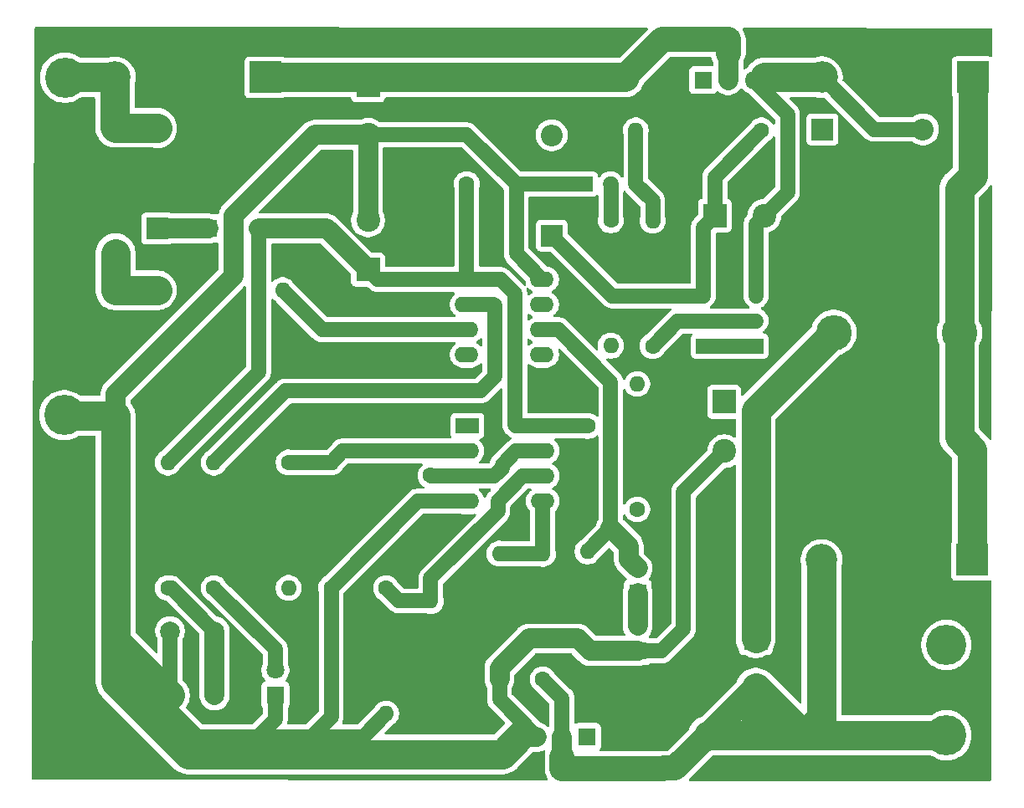
<source format=gbr>
%TF.GenerationSoftware,KiCad,Pcbnew,9.0.6*%
%TF.CreationDate,2025-11-25T19:29:33+09:00*%
%TF.ProjectId,12f675-mppt,31326636-3735-42d6-9d70-70742e6b6963,rev?*%
%TF.SameCoordinates,Original*%
%TF.FileFunction,Copper,L2,Bot*%
%TF.FilePolarity,Positive*%
%FSLAX46Y46*%
G04 Gerber Fmt 4.6, Leading zero omitted, Abs format (unit mm)*
G04 Created by KiCad (PCBNEW 9.0.6) date 2025-11-25 19:29:33*
%MOMM*%
%LPD*%
G01*
G04 APERTURE LIST*
%TA.AperFunction,ComponentPad*%
%ADD10R,2.400000X2.400000*%
%TD*%
%TA.AperFunction,ComponentPad*%
%ADD11C,2.400000*%
%TD*%
%TA.AperFunction,ComponentPad*%
%ADD12C,1.600000*%
%TD*%
%TA.AperFunction,ComponentPad*%
%ADD13R,3.200000X3.200000*%
%TD*%
%TA.AperFunction,ComponentPad*%
%ADD14O,3.200000X3.200000*%
%TD*%
%TA.AperFunction,ComponentPad*%
%ADD15R,1.800000X1.800000*%
%TD*%
%TA.AperFunction,ComponentPad*%
%ADD16C,1.800000*%
%TD*%
%TA.AperFunction,ComponentPad*%
%ADD17R,2.200000X2.200000*%
%TD*%
%TA.AperFunction,ComponentPad*%
%ADD18O,2.200000X2.200000*%
%TD*%
%TA.AperFunction,ComponentPad*%
%ADD19R,2.400000X1.600000*%
%TD*%
%TA.AperFunction,ComponentPad*%
%ADD20O,2.400000X1.600000*%
%TD*%
%TA.AperFunction,ComponentPad*%
%ADD21C,3.600000*%
%TD*%
%TA.AperFunction,ComponentPad*%
%ADD22O,1.800000X1.800000*%
%TD*%
%TA.AperFunction,ComponentPad*%
%ADD23R,1.520000X1.520000*%
%TD*%
%TA.AperFunction,ComponentPad*%
%ADD24C,1.520000*%
%TD*%
%TA.AperFunction,ComponentPad*%
%ADD25O,1.600000X1.600000*%
%TD*%
%TA.AperFunction,ComponentPad*%
%ADD26C,2.000000*%
%TD*%
%TA.AperFunction,ComponentPad*%
%ADD27C,4.064000*%
%TD*%
%TA.AperFunction,Conductor*%
%ADD28C,1.500000*%
%TD*%
%TA.AperFunction,Conductor*%
%ADD29C,3.000000*%
%TD*%
%TA.AperFunction,Conductor*%
%ADD30C,2.000000*%
%TD*%
%TA.AperFunction,Conductor*%
%ADD31C,2.500000*%
%TD*%
G04 APERTURE END LIST*
D10*
X105516680Y-98374200D03*
D11*
X105516680Y-103374200D03*
D10*
X101371400Y-55610760D03*
D11*
X106371400Y-55610760D03*
D10*
X66309240Y-61066680D03*
D11*
X66309240Y-56066680D03*
D12*
X76291440Y-52420520D03*
X81291440Y-52420520D03*
D10*
X66309240Y-42407840D03*
D11*
X66309240Y-47407840D03*
D13*
X127441960Y-41595040D03*
D14*
X112201960Y-41595040D03*
D13*
X127406400Y-90449400D03*
D14*
X112166400Y-90449400D03*
D15*
X56936640Y-104155240D03*
D16*
X56936640Y-101615240D03*
D17*
X44988480Y-56906160D03*
D18*
X44988480Y-46746160D03*
D13*
X55956200Y-41600120D03*
D14*
X40716200Y-41600120D03*
D15*
X93573600Y-93822520D03*
D16*
X93573600Y-91282520D03*
D15*
X93573600Y-99664520D03*
D16*
X93573600Y-97124520D03*
D19*
X76291440Y-62057280D03*
D20*
X76291440Y-64597280D03*
X76291440Y-67137280D03*
X76291440Y-69677280D03*
X83911440Y-69677280D03*
X83911440Y-67137280D03*
X83911440Y-64597280D03*
X83911440Y-62057280D03*
D21*
X126100840Y-67447160D03*
X113400840Y-67447160D03*
D15*
X88473280Y-108371640D03*
D22*
X85933280Y-108371640D03*
X83393280Y-108371640D03*
D15*
X100182680Y-41879520D03*
D22*
X102722680Y-41879520D03*
X105262680Y-41879520D03*
D23*
X105552240Y-68798440D03*
D24*
X105552240Y-66258440D03*
X105552240Y-63718440D03*
D12*
X62580520Y-93263720D03*
D25*
X62580520Y-80563720D03*
D12*
X79598520Y-102514400D03*
D25*
X79598520Y-89814400D03*
D12*
X68143120Y-93314520D03*
D25*
X68143120Y-106014520D03*
D12*
X72649080Y-81899760D03*
D25*
X72649080Y-94599760D03*
D12*
X40782240Y-46705520D03*
D25*
X40782240Y-59405520D03*
D12*
X50723800Y-93299280D03*
D25*
X50723800Y-80599280D03*
D12*
X90860880Y-56062880D03*
D25*
X90860880Y-68762880D03*
D12*
X106085640Y-46964600D03*
D25*
X93385640Y-46964600D03*
D12*
X95092520Y-68783200D03*
D25*
X95092520Y-56083200D03*
D12*
X40782240Y-63154560D03*
D25*
X40782240Y-75854560D03*
D12*
X83992720Y-102534720D03*
D25*
X83992720Y-89834720D03*
D12*
X88498680Y-76890880D03*
D25*
X88498680Y-89590880D03*
D12*
X58267600Y-80584040D03*
D25*
X58267600Y-93284040D03*
D12*
X46070520Y-93299280D03*
D25*
X46070520Y-80599280D03*
D19*
X76357480Y-76875640D03*
D20*
X76357480Y-79415640D03*
X76357480Y-81955640D03*
X76357480Y-84495640D03*
X83977480Y-84495640D03*
X83977480Y-81955640D03*
X83977480Y-79415640D03*
X83977480Y-76875640D03*
D26*
X46283880Y-104160320D03*
X46283880Y-97660320D03*
X50783880Y-104160320D03*
X50783880Y-97660320D03*
D10*
X102326440Y-74447400D03*
D11*
X102326440Y-79447400D03*
D12*
X44973240Y-63139320D03*
D25*
X57673240Y-63139320D03*
D15*
X50165000Y-56896000D03*
D22*
X52705000Y-56896000D03*
X55245000Y-56896000D03*
D27*
X35666680Y-41630600D03*
X35590480Y-75798680D03*
X124790200Y-99054920D03*
X124790200Y-108204000D03*
D23*
X88295480Y-52390040D03*
D24*
X90835480Y-52390040D03*
X93375480Y-52390040D03*
D23*
X100218240Y-68798440D03*
D24*
X100218240Y-66258440D03*
X100218240Y-63718440D03*
D12*
X93538040Y-85333840D03*
D25*
X93538040Y-72633840D03*
D17*
X112268000Y-46863000D03*
D18*
X122428000Y-46863000D03*
D17*
X84886800Y-57607200D03*
D18*
X84886800Y-47447200D03*
D28*
X122428000Y-46863000D02*
X117469920Y-46863000D01*
X105262680Y-41879520D02*
X108722160Y-45339000D01*
X105552240Y-56429920D02*
X106371400Y-55610760D01*
X117469920Y-46863000D02*
X112201960Y-41595040D01*
D29*
X112201960Y-41595040D02*
X106415840Y-41595040D01*
D28*
X105552240Y-63718440D02*
X105552240Y-56429920D01*
X108722160Y-45339000D02*
X108722160Y-53260000D01*
X108722160Y-53260000D02*
X106371400Y-55610760D01*
X100218240Y-56763920D02*
X101371400Y-55610760D01*
X90998040Y-63718440D02*
X84886800Y-57607200D01*
X100218240Y-63718440D02*
X90998040Y-63718440D01*
X101371400Y-51678840D02*
X106085640Y-46964600D01*
X100218240Y-63718440D02*
X100218240Y-56763920D01*
X101371400Y-55610760D02*
X101371400Y-51678840D01*
X83977480Y-76875640D02*
X81277480Y-76875640D01*
X81277480Y-76875640D02*
X81147920Y-76746080D01*
D30*
X55245000Y-56896000D02*
X62138560Y-56896000D01*
D28*
X76291440Y-62057280D02*
X76291440Y-52420520D01*
X76291440Y-62057280D02*
X67299840Y-62057280D01*
X55245000Y-71424800D02*
X46070520Y-80599280D01*
X83992720Y-76890880D02*
X83977480Y-76875640D01*
X81147920Y-76746080D02*
X81147920Y-63515240D01*
X81147920Y-63515240D02*
X79689960Y-62057280D01*
X79689960Y-62057280D02*
X76291440Y-62057280D01*
D30*
X62138560Y-56896000D02*
X66309240Y-61066680D01*
D28*
X67299840Y-62057280D02*
X66309240Y-61066680D01*
X88498680Y-76890880D02*
X83992720Y-76890880D01*
X55245000Y-56896000D02*
X55245000Y-71424800D01*
D31*
X96105408Y-37771210D02*
X102732749Y-37771210D01*
D30*
X102722680Y-40606728D02*
X102732840Y-40596568D01*
D31*
X102732748Y-37757018D02*
X102732748Y-39161675D01*
D28*
X102732749Y-37757018D02*
X96119600Y-37757018D01*
X102732749Y-37757018D02*
X102732749Y-39161674D01*
D30*
X102732840Y-40596568D02*
X102732793Y-39161720D01*
X92276499Y-41600119D02*
X96119600Y-37757018D01*
D31*
X102732748Y-39161675D02*
X102732793Y-39161720D01*
X92276499Y-41600119D02*
X96105408Y-37771210D01*
D30*
X102722680Y-41879520D02*
X102722680Y-40606728D01*
X102732748Y-37757018D02*
X102732840Y-37658040D01*
D29*
X55956200Y-41600120D02*
X86060280Y-41600120D01*
D30*
X92264168Y-41600119D02*
X92276499Y-41600119D01*
D29*
X86060280Y-41600120D02*
X92264168Y-41600119D01*
D28*
X102732749Y-39161674D02*
X102732748Y-39161675D01*
D31*
X96105408Y-37771210D02*
X96119600Y-37771210D01*
D29*
X127452120Y-51531520D02*
X126100840Y-52882800D01*
X127452120Y-41650920D02*
X127452120Y-51531520D01*
X126100840Y-77988160D02*
X127406400Y-79293720D01*
X126100840Y-52882800D02*
X126100840Y-67447160D01*
X127406400Y-79293720D02*
X127406400Y-90449400D01*
X126100840Y-67447160D02*
X126100840Y-77988160D01*
D28*
X56936640Y-101615240D02*
X56936640Y-99512120D01*
X56936640Y-99512120D02*
X50723800Y-93299280D01*
D30*
X44988480Y-56906160D02*
X50154840Y-56906160D01*
X50154840Y-56906160D02*
X50165000Y-56896000D01*
D28*
X90855800Y-72440800D02*
X90855800Y-87233760D01*
X83911440Y-67137280D02*
X84246327Y-67137280D01*
D30*
X92673601Y-90382521D02*
X92673601Y-89051561D01*
D28*
X85552280Y-67137280D02*
X90855800Y-72440800D01*
X90855800Y-87233760D02*
X88498680Y-89590880D01*
X83911440Y-67137280D02*
X85552280Y-67137280D01*
D30*
X93573600Y-91282520D02*
X92673601Y-90382521D01*
X92673601Y-89051561D02*
X90855800Y-87233760D01*
D28*
X100218240Y-68798440D02*
X105552240Y-68798440D01*
D30*
X93573600Y-93822520D02*
X93573600Y-97124520D01*
D28*
X61671200Y-67137280D02*
X57673240Y-63139320D01*
X76291440Y-67137280D02*
X61671200Y-67137280D01*
D30*
X50783880Y-97660320D02*
X50783880Y-104160320D01*
D28*
X50733960Y-97610400D02*
X50783880Y-97660320D01*
X46422840Y-93299280D02*
X50783880Y-97660320D01*
X46070520Y-93299280D02*
X46422840Y-93299280D01*
X79110840Y-71907400D02*
X77673200Y-73345040D01*
X78991440Y-64597280D02*
X79110840Y-64716680D01*
X79110840Y-64716680D02*
X79110840Y-71907400D01*
X77673200Y-73345040D02*
X57978040Y-73345040D01*
X76291440Y-64597280D02*
X78991440Y-64597280D01*
X57978040Y-73345040D02*
X50723800Y-80599280D01*
X90860880Y-52415440D02*
X90835480Y-52390040D01*
X90860880Y-56062880D02*
X90860880Y-52415440D01*
X93385640Y-52379880D02*
X93375480Y-52390040D01*
X95092520Y-54107080D02*
X93375480Y-52390040D01*
X95092520Y-56083200D02*
X95092520Y-54107080D01*
X93385640Y-46964600D02*
X93385640Y-52379880D01*
X95092520Y-68783200D02*
X97617280Y-66258440D01*
X97617280Y-66258440D02*
X100218240Y-66258440D01*
X100218240Y-66258440D02*
X105552240Y-66258440D01*
X76357480Y-79415640D02*
X63728600Y-79415640D01*
X58267600Y-80584040D02*
X62560200Y-80584040D01*
X63728600Y-79415640D02*
X62580520Y-80563720D01*
X62560200Y-80584040D02*
X62580520Y-80563720D01*
D29*
X40782240Y-59405520D02*
X40782240Y-63154560D01*
X40782240Y-63154560D02*
X44958000Y-63154560D01*
X44958000Y-63154560D02*
X44973240Y-63139320D01*
X112166400Y-106384080D02*
X110346480Y-108204000D01*
X111942880Y-108204000D02*
X110346480Y-108204000D01*
D31*
X96215200Y-111531400D02*
X97359480Y-111531400D01*
X97359480Y-111531400D02*
X100686880Y-108204000D01*
D29*
X112166400Y-90449400D02*
X112166400Y-106384080D01*
D31*
X85933280Y-111596030D02*
X85933280Y-110357920D01*
D30*
X85933280Y-108371640D02*
X85933280Y-110357920D01*
D31*
X96215200Y-111531400D02*
X96150570Y-111596030D01*
X100686880Y-108204000D02*
X105516680Y-103374200D01*
D29*
X110346480Y-108204000D02*
X105516680Y-103374200D01*
D28*
X85933280Y-108371640D02*
X85933280Y-104475280D01*
D29*
X124790200Y-108204000D02*
X111942880Y-108204000D01*
D28*
X85933280Y-104475280D02*
X83992720Y-102534720D01*
D29*
X111942880Y-108204000D02*
X105623360Y-108204000D01*
X105516680Y-108097320D02*
X105623360Y-108204000D01*
X105623360Y-108204000D02*
X100686880Y-108204000D01*
D31*
X96150570Y-111596030D02*
X85933280Y-111596030D01*
D29*
X105516680Y-103374200D02*
X105516680Y-108097320D01*
X105516680Y-75331320D02*
X113400840Y-67447160D01*
X105516680Y-98374200D02*
X105516680Y-75331320D01*
D28*
X79598520Y-102514400D02*
X79598520Y-104576880D01*
D29*
X79816960Y-110129320D02*
X79883000Y-110129320D01*
D28*
X62580520Y-93263720D02*
X62580520Y-94395090D01*
D30*
X82576870Y-98404680D02*
X87533480Y-98404680D01*
D28*
X55150720Y-108341160D02*
X49050507Y-108341160D01*
X98216720Y-83557120D02*
X102326440Y-79447400D01*
X62585600Y-106304080D02*
X60548520Y-108341160D01*
X56936640Y-104155240D02*
X56936640Y-106555240D01*
D30*
X88793320Y-99664520D02*
X93573600Y-99664520D01*
D28*
X93573600Y-99664520D02*
X95973600Y-99664520D01*
X49050507Y-108341160D02*
X46283880Y-105574533D01*
X81321920Y-52390040D02*
X81291440Y-52420520D01*
D29*
X48153320Y-110129320D02*
X79816960Y-110129320D01*
D30*
X66309240Y-56066680D02*
X66309240Y-47407840D01*
D28*
X76278760Y-47407840D02*
X66309240Y-47407840D01*
D30*
X64612184Y-47407840D02*
X66309240Y-47407840D01*
D28*
X56936640Y-106555240D02*
X55150720Y-108341160D01*
X62580520Y-94395090D02*
X62585600Y-94400170D01*
X88295480Y-52390040D02*
X81321920Y-52390040D01*
D29*
X40782240Y-102758240D02*
X48153320Y-110129320D01*
D30*
X87533480Y-98404680D02*
X88793320Y-99664520D01*
X40782240Y-73624440D02*
X52705000Y-61701680D01*
D29*
X79883000Y-110129320D02*
X81874360Y-108137960D01*
D30*
X79598520Y-102514400D02*
X79598520Y-101383030D01*
D28*
X81291440Y-52420520D02*
X76278760Y-47407840D01*
X46283880Y-97660320D02*
X46283880Y-104160320D01*
D30*
X81874360Y-108137960D02*
X82108040Y-108371640D01*
D29*
X40782240Y-75854560D02*
X35646360Y-75854560D01*
D28*
X81291440Y-59437280D02*
X83911440Y-62057280D01*
D29*
X40782240Y-75854560D02*
X40782240Y-98658680D01*
D28*
X71348600Y-84495640D02*
X76357480Y-84495640D01*
D30*
X40782240Y-75854560D02*
X40782240Y-73624440D01*
D28*
X60548520Y-108341160D02*
X65816480Y-108341160D01*
D30*
X52705000Y-61701680D02*
X52705000Y-56896000D01*
D28*
X98216720Y-97421400D02*
X98216720Y-83557120D01*
X60548520Y-108341160D02*
X55150720Y-108341160D01*
D29*
X40782240Y-98658680D02*
X40782240Y-102758240D01*
X35646360Y-75854560D02*
X35590480Y-75798680D01*
X40782240Y-98658680D02*
X46283880Y-104160320D01*
D28*
X79598520Y-104576880D02*
X83393280Y-108371640D01*
X95973600Y-99664520D02*
X98216720Y-97421400D01*
D30*
X82108040Y-108371640D02*
X83393280Y-108371640D01*
D28*
X65816480Y-108341160D02*
X68143120Y-106014520D01*
X62585600Y-94400170D02*
X62585600Y-106304080D01*
D30*
X52705000Y-56896000D02*
X52705000Y-55623208D01*
X60920368Y-47407840D02*
X64612184Y-47407840D01*
D28*
X81291440Y-52420520D02*
X81291440Y-59437280D01*
X46283880Y-105574533D02*
X46283880Y-104160320D01*
X62580520Y-93263720D02*
X71348600Y-84495640D01*
D30*
X79598520Y-101383030D02*
X82576870Y-98404680D01*
X52705000Y-55623208D02*
X60920368Y-47407840D01*
D29*
X35697160Y-41600120D02*
X35666680Y-41630600D01*
X40716200Y-41600120D02*
X35697160Y-41600120D01*
X40716200Y-41600120D02*
X40716200Y-46639480D01*
X40782240Y-46705520D02*
X44947840Y-46705520D01*
X40716200Y-46639480D02*
X40782240Y-46705520D01*
X44947840Y-46705520D02*
X44988480Y-46746160D01*
D28*
X83977480Y-89819480D02*
X83992720Y-89834720D01*
X79598520Y-89814400D02*
X83972400Y-89814400D01*
X83977480Y-84495640D02*
X83977480Y-89819480D01*
X83972400Y-89814400D02*
X83992720Y-89834720D01*
X81960720Y-81955640D02*
X79435960Y-84480400D01*
X69428360Y-94599760D02*
X68143120Y-93314520D01*
X83977480Y-81955640D02*
X81960720Y-81955640D01*
X72649080Y-94599760D02*
X69428360Y-94599760D01*
X79435960Y-85516720D02*
X72649080Y-92303600D01*
X72649080Y-92303600D02*
X72649080Y-94599760D01*
X79435960Y-84480400D02*
X79435960Y-85516720D01*
X79857600Y-80835520D02*
X81277480Y-79415640D01*
X72704960Y-81955640D02*
X72649080Y-81899760D01*
X79057480Y-81955640D02*
X79857600Y-81155520D01*
X76357480Y-81955640D02*
X72704960Y-81955640D01*
X76357480Y-81955640D02*
X79057480Y-81955640D01*
X79857600Y-81155520D02*
X79857600Y-80835520D01*
X81277480Y-79415640D02*
X83977480Y-79415640D01*
%TA.AperFunction,NonConductor*%
G36*
X75773403Y-48686342D02*
G01*
X75794377Y-48703245D01*
X79996035Y-52904903D01*
X80030061Y-52967215D01*
X80032940Y-52993998D01*
X80032940Y-59536326D01*
X80063928Y-59731980D01*
X80125142Y-59920377D01*
X80125143Y-59920378D01*
X80208491Y-60083958D01*
X80208490Y-60083958D01*
X80208492Y-60083960D01*
X80215074Y-60096878D01*
X80331510Y-60257138D01*
X82168027Y-62093654D01*
X82202051Y-62155965D01*
X82203377Y-62163026D01*
X82230448Y-62333940D01*
X82235161Y-62363692D01*
X82293900Y-62544472D01*
X82295928Y-62615440D01*
X82259265Y-62676237D01*
X82195553Y-62707563D01*
X82125019Y-62699470D01*
X82084972Y-62672503D01*
X80509823Y-61097354D01*
X80509820Y-61097352D01*
X80509818Y-61097350D01*
X80349558Y-60980914D01*
X80349553Y-60980911D01*
X80346663Y-60979439D01*
X80265631Y-60938151D01*
X80173057Y-60890982D01*
X79984660Y-60829768D01*
X79789006Y-60798780D01*
X79789003Y-60798780D01*
X77739970Y-60798780D01*
X77734248Y-60797747D01*
X77730979Y-60798459D01*
X77695938Y-60790835D01*
X77663611Y-60778778D01*
X77631906Y-60766952D01*
X77575071Y-60724405D01*
X77550261Y-60657884D01*
X77549940Y-60648897D01*
X77549940Y-52801605D01*
X77556107Y-52762668D01*
X77567720Y-52726928D01*
X77599940Y-52523501D01*
X77599940Y-52317539D01*
X77567720Y-52114112D01*
X77504074Y-51918230D01*
X77410569Y-51734717D01*
X77289508Y-51568090D01*
X77289505Y-51568087D01*
X77289503Y-51568084D01*
X77143875Y-51422456D01*
X77143872Y-51422454D01*
X77143870Y-51422452D01*
X76982381Y-51305124D01*
X76977246Y-51301393D01*
X76977245Y-51301392D01*
X76977243Y-51301391D01*
X76793730Y-51207886D01*
X76793727Y-51207885D01*
X76793725Y-51207884D01*
X76597852Y-51144241D01*
X76597850Y-51144240D01*
X76597848Y-51144240D01*
X76394421Y-51112020D01*
X76188459Y-51112020D01*
X75985032Y-51144240D01*
X75985030Y-51144240D01*
X75985027Y-51144241D01*
X75789154Y-51207884D01*
X75789148Y-51207887D01*
X75605633Y-51301393D01*
X75439007Y-51422454D01*
X75439004Y-51422456D01*
X75293376Y-51568084D01*
X75293374Y-51568087D01*
X75172313Y-51734713D01*
X75078807Y-51918228D01*
X75078804Y-51918234D01*
X75015161Y-52114107D01*
X75015160Y-52114110D01*
X75015160Y-52114112D01*
X74982940Y-52317539D01*
X74982940Y-52523501D01*
X74990014Y-52568162D01*
X75015160Y-52726930D01*
X75026773Y-52762668D01*
X75032940Y-52801605D01*
X75032940Y-60648897D01*
X75026600Y-60670486D01*
X75024996Y-60692928D01*
X75016794Y-60703884D01*
X75012938Y-60717018D01*
X74995932Y-60731753D01*
X74982450Y-60749764D01*
X74962701Y-60760548D01*
X74959282Y-60763511D01*
X74950974Y-60766952D01*
X74919269Y-60778778D01*
X74886942Y-60790835D01*
X74842910Y-60798780D01*
X68143740Y-60798780D01*
X68075619Y-60778778D01*
X68029126Y-60725122D01*
X68017740Y-60672780D01*
X68017740Y-59818047D01*
X68017739Y-59818030D01*
X68011230Y-59757483D01*
X68011228Y-59757475D01*
X67960129Y-59620477D01*
X67960127Y-59620472D01*
X67872501Y-59503418D01*
X67755447Y-59415792D01*
X67755442Y-59415790D01*
X67618444Y-59364691D01*
X67618436Y-59364689D01*
X67557889Y-59358180D01*
X67557878Y-59358180D01*
X66786272Y-59358180D01*
X66718151Y-59338178D01*
X66697177Y-59321275D01*
X63293590Y-55917689D01*
X63293570Y-55917667D01*
X63121287Y-55745384D01*
X63121284Y-55745382D01*
X63121282Y-55745380D01*
X62929187Y-55605815D01*
X62717623Y-55498018D01*
X62717620Y-55498017D01*
X62717618Y-55498016D01*
X62491805Y-55424645D01*
X62491803Y-55424644D01*
X62491801Y-55424644D01*
X62257282Y-55387499D01*
X62019838Y-55387499D01*
X62014645Y-55387499D01*
X62014621Y-55387500D01*
X55378238Y-55387500D01*
X55310117Y-55367498D01*
X55263624Y-55313842D01*
X55253520Y-55243568D01*
X55283014Y-55178988D01*
X55289143Y-55172405D01*
X58340809Y-52120740D01*
X61508304Y-48953245D01*
X61570616Y-48919219D01*
X61597399Y-48916340D01*
X64493462Y-48916340D01*
X64674740Y-48916340D01*
X64742861Y-48936342D01*
X64789354Y-48989998D01*
X64800740Y-49042340D01*
X64800740Y-55228716D01*
X64783859Y-55291717D01*
X64773647Y-55309403D01*
X64773645Y-55309406D01*
X64773645Y-55309408D01*
X64702431Y-55481333D01*
X64687938Y-55516322D01*
X64629971Y-55732659D01*
X64600740Y-55954696D01*
X64600740Y-56178663D01*
X64629971Y-56400700D01*
X64629973Y-56400707D01*
X64687938Y-56617038D01*
X64773645Y-56823952D01*
X64773646Y-56823953D01*
X64773651Y-56823963D01*
X64838124Y-56935632D01*
X64885626Y-57017908D01*
X64934244Y-57081268D01*
X65021965Y-57195589D01*
X65021974Y-57195599D01*
X65180320Y-57353945D01*
X65180330Y-57353954D01*
X65180331Y-57353955D01*
X65358012Y-57490294D01*
X65551968Y-57602275D01*
X65758882Y-57687982D01*
X65975213Y-57745947D01*
X65975217Y-57745947D01*
X65975219Y-57745948D01*
X66032444Y-57753481D01*
X66197259Y-57775180D01*
X66197266Y-57775180D01*
X66421214Y-57775180D01*
X66421221Y-57775180D01*
X66621896Y-57748760D01*
X66643260Y-57745948D01*
X66643260Y-57745947D01*
X66643267Y-57745947D01*
X66859598Y-57687982D01*
X67066512Y-57602275D01*
X67260468Y-57490294D01*
X67438149Y-57353955D01*
X67596515Y-57195589D01*
X67732854Y-57017908D01*
X67844835Y-56823952D01*
X67930542Y-56617038D01*
X67988507Y-56400707D01*
X68017740Y-56178661D01*
X68017740Y-55954699D01*
X67991781Y-55757522D01*
X67988508Y-55732659D01*
X67988507Y-55732657D01*
X67988507Y-55732653D01*
X67930542Y-55516322D01*
X67844835Y-55309408D01*
X67834620Y-55291716D01*
X67817740Y-55228716D01*
X67817740Y-48792340D01*
X67837742Y-48724219D01*
X67891398Y-48677726D01*
X67943740Y-48666340D01*
X75705282Y-48666340D01*
X75773403Y-48686342D01*
G37*
%TD.AperFunction*%
%TA.AperFunction,NonConductor*%
G36*
X82490497Y-62899917D02*
G01*
X82530545Y-62926884D01*
X82659004Y-63055343D01*
X82659007Y-63055345D01*
X82659010Y-63055348D01*
X82825637Y-63176409D01*
X82901402Y-63215013D01*
X82953017Y-63263762D01*
X82970083Y-63332677D01*
X82947182Y-63399878D01*
X82901403Y-63439546D01*
X82863276Y-63458973D01*
X82825633Y-63478153D01*
X82659007Y-63599214D01*
X82659004Y-63599216D01*
X82621515Y-63636706D01*
X82559203Y-63670732D01*
X82488388Y-63665667D01*
X82431552Y-63623120D01*
X82406741Y-63556600D01*
X82406420Y-63547611D01*
X82406420Y-63416197D01*
X82406420Y-63416194D01*
X82375432Y-63220540D01*
X82347199Y-63133647D01*
X82321616Y-63054912D01*
X82319589Y-62983948D01*
X82356252Y-62923150D01*
X82419964Y-62891825D01*
X82490497Y-62899917D01*
G37*
%TD.AperFunction*%
%TA.AperFunction,NonConductor*%
G36*
X107410258Y-47564145D02*
G01*
X107454410Y-47619742D01*
X107463660Y-47667128D01*
X107463660Y-52686522D01*
X107443658Y-52754643D01*
X107426755Y-52775617D01*
X106336499Y-53865872D01*
X106274187Y-53899898D01*
X106263467Y-53901415D01*
X106263508Y-53901722D01*
X106259421Y-53902260D01*
X106259419Y-53902260D01*
X106215203Y-53908081D01*
X106037379Y-53931491D01*
X105821042Y-53989458D01*
X105680920Y-54047499D01*
X105614126Y-54075166D01*
X105614116Y-54075171D01*
X105420176Y-54187143D01*
X105242490Y-54323485D01*
X105242480Y-54323494D01*
X105084134Y-54481840D01*
X105084125Y-54481850D01*
X105000017Y-54591463D01*
X104952204Y-54653775D01*
X104947783Y-54659536D01*
X104835811Y-54853476D01*
X104835806Y-54853486D01*
X104750098Y-55060402D01*
X104692131Y-55276739D01*
X104672660Y-55424644D01*
X104663001Y-55498016D01*
X104662362Y-55502868D01*
X104660416Y-55502611D01*
X104638590Y-55561863D01*
X104626514Y-55575857D01*
X104592310Y-55610060D01*
X104475876Y-55770318D01*
X104385943Y-55946821D01*
X104385942Y-55946823D01*
X104334769Y-56104318D01*
X104324728Y-56135220D01*
X104301668Y-56280823D01*
X104293740Y-56330877D01*
X104293740Y-63545552D01*
X104292189Y-63565262D01*
X104283740Y-63618607D01*
X104283740Y-63818273D01*
X104312452Y-63999551D01*
X104314976Y-64015486D01*
X104376673Y-64205370D01*
X104376675Y-64205375D01*
X104424217Y-64298681D01*
X104467324Y-64383282D01*
X104584684Y-64544814D01*
X104725865Y-64685995D01*
X104844246Y-64772004D01*
X104887600Y-64828227D01*
X104893675Y-64898963D01*
X104860543Y-64961754D01*
X104798723Y-64996666D01*
X104770185Y-64999940D01*
X101000295Y-64999940D01*
X100932174Y-64979938D01*
X100885681Y-64926282D01*
X100875577Y-64856008D01*
X100905071Y-64791428D01*
X100926234Y-64772004D01*
X101024979Y-64700261D01*
X101044612Y-64685997D01*
X101185797Y-64544812D01*
X101303158Y-64383279D01*
X101393805Y-64205375D01*
X101455505Y-64015481D01*
X101486740Y-63818273D01*
X101486740Y-63618607D01*
X101478291Y-63565262D01*
X101476740Y-63545552D01*
X101476740Y-57445260D01*
X101496742Y-57377139D01*
X101550398Y-57330646D01*
X101602740Y-57319260D01*
X102620032Y-57319260D01*
X102620038Y-57319260D01*
X102620045Y-57319259D01*
X102620049Y-57319259D01*
X102680596Y-57312750D01*
X102680599Y-57312749D01*
X102680601Y-57312749D01*
X102817604Y-57261649D01*
X102850819Y-57236785D01*
X102934661Y-57174021D01*
X103022287Y-57056967D01*
X103022287Y-57056966D01*
X103022289Y-57056964D01*
X103073389Y-56919961D01*
X103073889Y-56915315D01*
X103079899Y-56859409D01*
X103079900Y-56859392D01*
X103079900Y-54362127D01*
X103079899Y-54362110D01*
X103073390Y-54301563D01*
X103073388Y-54301555D01*
X103044324Y-54223635D01*
X103022289Y-54164556D01*
X103022288Y-54164554D01*
X103022287Y-54164552D01*
X102934661Y-54047498D01*
X102817607Y-53959872D01*
X102817602Y-53959870D01*
X102711867Y-53920432D01*
X102655031Y-53877885D01*
X102630221Y-53811365D01*
X102629900Y-53802377D01*
X102629900Y-52252317D01*
X102649902Y-52184196D01*
X102666800Y-52163227D01*
X106706067Y-48123959D01*
X106737955Y-48100791D01*
X106771443Y-48083729D01*
X106938070Y-47962668D01*
X107083708Y-47817030D01*
X107204769Y-47650403D01*
X107225394Y-47609923D01*
X107274141Y-47558310D01*
X107343056Y-47541244D01*
X107410258Y-47564145D01*
G37*
%TD.AperFunction*%
%TA.AperFunction,NonConductor*%
G36*
X61529650Y-58424502D02*
G01*
X61550624Y-58441405D01*
X64563835Y-61454616D01*
X64597861Y-61516928D01*
X64600740Y-61543711D01*
X64600740Y-62315329D01*
X64607249Y-62375876D01*
X64607251Y-62375884D01*
X64658350Y-62512882D01*
X64658352Y-62512887D01*
X64745978Y-62629941D01*
X64863032Y-62717567D01*
X64863034Y-62717568D01*
X64863036Y-62717569D01*
X64908676Y-62734592D01*
X65000035Y-62768668D01*
X65000043Y-62768670D01*
X65060590Y-62775179D01*
X65060595Y-62775179D01*
X65060602Y-62775180D01*
X66185762Y-62775180D01*
X66215677Y-62783963D01*
X66246147Y-62790592D01*
X66251242Y-62794406D01*
X66253883Y-62795182D01*
X66274857Y-62812085D01*
X66339910Y-62877138D01*
X66479982Y-63017210D01*
X66640242Y-63133646D01*
X66816743Y-63223578D01*
X67005140Y-63284792D01*
X67200794Y-63315780D01*
X67398886Y-63315780D01*
X74842910Y-63315780D01*
X74844891Y-63316089D01*
X74845911Y-63315816D01*
X74857656Y-63318079D01*
X74881277Y-63321764D01*
X74884135Y-63322677D01*
X74982239Y-63359269D01*
X75006883Y-63361918D01*
X75019069Y-63365814D01*
X75038303Y-63378832D01*
X75059761Y-63387720D01*
X75067143Y-63398352D01*
X75077865Y-63405609D01*
X75087007Y-63426961D01*
X75100253Y-63446037D01*
X75100715Y-63458973D01*
X75105811Y-63470874D01*
X75101959Y-63493777D01*
X75102789Y-63516988D01*
X75096183Y-63528120D01*
X75094037Y-63540887D01*
X75078412Y-63558074D01*
X75066562Y-63578047D01*
X75054766Y-63587764D01*
X75039007Y-63599213D01*
X74893376Y-63744844D01*
X74893374Y-63744847D01*
X74772313Y-63911473D01*
X74678807Y-64094988D01*
X74678804Y-64094994D01*
X74615161Y-64290867D01*
X74615160Y-64290870D01*
X74615160Y-64290872D01*
X74582940Y-64494299D01*
X74582940Y-64700261D01*
X74614412Y-64898963D01*
X74615161Y-64903692D01*
X74666127Y-65060550D01*
X74678806Y-65099570D01*
X74772311Y-65283083D01*
X74893372Y-65449710D01*
X74893374Y-65449712D01*
X74893376Y-65449715D01*
X75039004Y-65595343D01*
X75039007Y-65595345D01*
X75039010Y-65595348D01*
X75110033Y-65646949D01*
X75115394Y-65650844D01*
X75158748Y-65707066D01*
X75164823Y-65777802D01*
X75131692Y-65840594D01*
X75069872Y-65875505D01*
X75041333Y-65878780D01*
X62244678Y-65878780D01*
X62176557Y-65858778D01*
X62155583Y-65841875D01*
X58832601Y-62518893D01*
X58809430Y-62487002D01*
X58792369Y-62453517D01*
X58788763Y-62448554D01*
X58749295Y-62394231D01*
X58671308Y-62286890D01*
X58671305Y-62286887D01*
X58671303Y-62286884D01*
X58525675Y-62141256D01*
X58525672Y-62141254D01*
X58525670Y-62141252D01*
X58359043Y-62020191D01*
X58175530Y-61926686D01*
X58175527Y-61926685D01*
X58175525Y-61926684D01*
X57979652Y-61863041D01*
X57979650Y-61863040D01*
X57979648Y-61863040D01*
X57776221Y-61830820D01*
X57570259Y-61830820D01*
X57366832Y-61863040D01*
X57366830Y-61863040D01*
X57366827Y-61863041D01*
X57170954Y-61926684D01*
X57170948Y-61926687D01*
X56987433Y-62020193D01*
X56820807Y-62141254D01*
X56820804Y-62141256D01*
X56718595Y-62243466D01*
X56656283Y-62277492D01*
X56585468Y-62272427D01*
X56528632Y-62229880D01*
X56503821Y-62163360D01*
X56503500Y-62154371D01*
X56503500Y-58530500D01*
X56523502Y-58462379D01*
X56577158Y-58415886D01*
X56629500Y-58404500D01*
X61461529Y-58404500D01*
X61529650Y-58424502D01*
G37*
%TD.AperFunction*%
%TA.AperFunction,NonConductor*%
G36*
X82614932Y-65551725D02*
G01*
X82621515Y-65557854D01*
X82659004Y-65595343D01*
X82659007Y-65595345D01*
X82659010Y-65595348D01*
X82825637Y-65716409D01*
X82901402Y-65755013D01*
X82953017Y-65803762D01*
X82970083Y-65872677D01*
X82947182Y-65939878D01*
X82901403Y-65979546D01*
X82832473Y-66014667D01*
X82825633Y-66018153D01*
X82659007Y-66139214D01*
X82659004Y-66139216D01*
X82621515Y-66176706D01*
X82559203Y-66210732D01*
X82488388Y-66205667D01*
X82431552Y-66163120D01*
X82406741Y-66096600D01*
X82406420Y-66087611D01*
X82406420Y-65646949D01*
X82426422Y-65578828D01*
X82480078Y-65532335D01*
X82550352Y-65522231D01*
X82614932Y-65551725D01*
G37*
%TD.AperFunction*%
%TA.AperFunction,NonConductor*%
G36*
X82536803Y-68064178D02*
G01*
X82550352Y-68062231D01*
X82570818Y-68071578D01*
X82592805Y-68076361D01*
X82610818Y-68089846D01*
X82614932Y-68091725D01*
X82621515Y-68097854D01*
X82659004Y-68135343D01*
X82659007Y-68135345D01*
X82659010Y-68135348D01*
X82825637Y-68256409D01*
X82901402Y-68295013D01*
X82953017Y-68343762D01*
X82970083Y-68412677D01*
X82947182Y-68479878D01*
X82901403Y-68519546D01*
X82832473Y-68554667D01*
X82825633Y-68558153D01*
X82659007Y-68679214D01*
X82659004Y-68679216D01*
X82621515Y-68716706D01*
X82559203Y-68750732D01*
X82488388Y-68745667D01*
X82431552Y-68703120D01*
X82406741Y-68636600D01*
X82406420Y-68627611D01*
X82406420Y-68186949D01*
X82412758Y-68165361D01*
X82414364Y-68142917D01*
X82422565Y-68131960D01*
X82426422Y-68118828D01*
X82443427Y-68104092D01*
X82456911Y-68086081D01*
X82469733Y-68081298D01*
X82480078Y-68072335D01*
X82502350Y-68069132D01*
X82523431Y-68061270D01*
X82536803Y-68064178D01*
G37*
%TD.AperFunction*%
%TA.AperFunction,NonConductor*%
G36*
X77770372Y-68013013D02*
G01*
X77827208Y-68055560D01*
X77852019Y-68122080D01*
X77852340Y-68131069D01*
X77852340Y-68683491D01*
X77832338Y-68751612D01*
X77778682Y-68798105D01*
X77708408Y-68808209D01*
X77643828Y-68778715D01*
X77637245Y-68772586D01*
X77543875Y-68679216D01*
X77543872Y-68679214D01*
X77543870Y-68679212D01*
X77377243Y-68558151D01*
X77301474Y-68519545D01*
X77249862Y-68470799D01*
X77232796Y-68401884D01*
X77255697Y-68334682D01*
X77301474Y-68295015D01*
X77377243Y-68256409D01*
X77543870Y-68135348D01*
X77589372Y-68089846D01*
X77637245Y-68041974D01*
X77699557Y-68007948D01*
X77770372Y-68013013D01*
G37*
%TD.AperFunction*%
%TA.AperFunction,NonConductor*%
G36*
X85717420Y-69095288D02*
G01*
X85757467Y-69122255D01*
X89560395Y-72925183D01*
X89594421Y-72987495D01*
X89597300Y-73014278D01*
X89597300Y-75834811D01*
X89577298Y-75902932D01*
X89523642Y-75949425D01*
X89453368Y-75959529D01*
X89388788Y-75930035D01*
X89382205Y-75923906D01*
X89351115Y-75892816D01*
X89351112Y-75892814D01*
X89351110Y-75892812D01*
X89184483Y-75771751D01*
X89000970Y-75678246D01*
X89000967Y-75678245D01*
X89000965Y-75678244D01*
X88805092Y-75614601D01*
X88805090Y-75614600D01*
X88805088Y-75614600D01*
X88601661Y-75582380D01*
X88395699Y-75582380D01*
X88302522Y-75597138D01*
X88192269Y-75614600D01*
X88165463Y-75623310D01*
X88156530Y-75626213D01*
X88117595Y-75632380D01*
X84805469Y-75632380D01*
X84766533Y-75626213D01*
X84730792Y-75614600D01*
X84683890Y-75599360D01*
X84602517Y-75586472D01*
X84480461Y-75567140D01*
X83474499Y-75567140D01*
X83372785Y-75583250D01*
X83271069Y-75599360D01*
X83244263Y-75608070D01*
X83235330Y-75610973D01*
X83196395Y-75617140D01*
X82532420Y-75617140D01*
X82464299Y-75597138D01*
X82417806Y-75543482D01*
X82406420Y-75491140D01*
X82406420Y-70726949D01*
X82426422Y-70658828D01*
X82480078Y-70612335D01*
X82550352Y-70602231D01*
X82614932Y-70631725D01*
X82621515Y-70637854D01*
X82659004Y-70675343D01*
X82659007Y-70675345D01*
X82659010Y-70675348D01*
X82825637Y-70796409D01*
X83009150Y-70889914D01*
X83205032Y-70953560D01*
X83408459Y-70985780D01*
X83408462Y-70985780D01*
X84414418Y-70985780D01*
X84414421Y-70985780D01*
X84617848Y-70953560D01*
X84813730Y-70889914D01*
X84997243Y-70796409D01*
X85163870Y-70675348D01*
X85309508Y-70529710D01*
X85430569Y-70363083D01*
X85524074Y-70179570D01*
X85587720Y-69983688D01*
X85619940Y-69780261D01*
X85619940Y-69574299D01*
X85587720Y-69370872D01*
X85548538Y-69250285D01*
X85546511Y-69179319D01*
X85583174Y-69118521D01*
X85646886Y-69087195D01*
X85717420Y-69095288D01*
G37*
%TD.AperFunction*%
%TA.AperFunction,NonConductor*%
G36*
X129375724Y-52504602D02*
G01*
X129416906Y-52562434D01*
X129423836Y-52603880D01*
X129376042Y-78218236D01*
X129355913Y-78286319D01*
X129302170Y-78332712D01*
X129231878Y-78342685D01*
X129167352Y-78313071D01*
X129140923Y-78281001D01*
X129079990Y-78175462D01*
X129042442Y-78126528D01*
X129042442Y-78126529D01*
X128919711Y-77966582D01*
X128919705Y-77966576D01*
X128919701Y-77966571D01*
X128731092Y-77777962D01*
X128731053Y-77777925D01*
X128146245Y-77193117D01*
X128112219Y-77130805D01*
X128109340Y-77104022D01*
X128109340Y-68619096D01*
X128126220Y-68556097D01*
X128175713Y-68470374D01*
X128291518Y-68190795D01*
X128369841Y-67898492D01*
X128409340Y-67598467D01*
X128409340Y-67295853D01*
X128369841Y-66995828D01*
X128291518Y-66703525D01*
X128175713Y-66423946D01*
X128175707Y-66423937D01*
X128175706Y-66423933D01*
X128126221Y-66338222D01*
X128109340Y-66275222D01*
X128109340Y-53766938D01*
X128129342Y-53698817D01*
X128146240Y-53677847D01*
X128773792Y-53050294D01*
X128773808Y-53050281D01*
X128965421Y-52858668D01*
X128965431Y-52858658D01*
X129125710Y-52649777D01*
X129188719Y-52540643D01*
X129240099Y-52491652D01*
X129309812Y-52478215D01*
X129375724Y-52504602D01*
G37*
%TD.AperFunction*%
%TA.AperFunction,NonConductor*%
G36*
X78639829Y-83220478D02*
G01*
X78662274Y-83222084D01*
X78673230Y-83230285D01*
X78686363Y-83234142D01*
X78701098Y-83251147D01*
X78719110Y-83264631D01*
X78723892Y-83277453D01*
X78732856Y-83287798D01*
X78736058Y-83310070D01*
X78743921Y-83331151D01*
X78741012Y-83344523D01*
X78742960Y-83358072D01*
X78733612Y-83378538D01*
X78728830Y-83400525D01*
X78715344Y-83418538D01*
X78713466Y-83422652D01*
X78707337Y-83429235D01*
X78616102Y-83520470D01*
X78546066Y-83590506D01*
X78476030Y-83660541D01*
X78359596Y-83820798D01*
X78269663Y-83997301D01*
X78269662Y-83997304D01*
X78240363Y-84087476D01*
X78200289Y-84146081D01*
X78134892Y-84173718D01*
X78064935Y-84161611D01*
X78012630Y-84113604D01*
X78000697Y-84087475D01*
X77980508Y-84025340D01*
X77970114Y-83993350D01*
X77876609Y-83809837D01*
X77755548Y-83643210D01*
X77755545Y-83643207D01*
X77755543Y-83643204D01*
X77609915Y-83497576D01*
X77609912Y-83497574D01*
X77609910Y-83497572D01*
X77533526Y-83442076D01*
X77490172Y-83385854D01*
X77484097Y-83315118D01*
X77517228Y-83252326D01*
X77579048Y-83217415D01*
X77607587Y-83214140D01*
X78618242Y-83214140D01*
X78639829Y-83220478D01*
G37*
%TD.AperFunction*%
%TA.AperFunction,NonConductor*%
G36*
X53904532Y-62739657D02*
G01*
X53961368Y-62782204D01*
X53986179Y-62848724D01*
X53986500Y-62857713D01*
X53986500Y-70851321D01*
X53966498Y-70919442D01*
X53949595Y-70940416D01*
X45450093Y-79439917D01*
X45418203Y-79463088D01*
X45384718Y-79480150D01*
X45384714Y-79480152D01*
X45218087Y-79601214D01*
X45218084Y-79601216D01*
X45072456Y-79746844D01*
X45072454Y-79746847D01*
X44951393Y-79913473D01*
X44857887Y-80096988D01*
X44857884Y-80096994D01*
X44794241Y-80292867D01*
X44794240Y-80292870D01*
X44794240Y-80292872D01*
X44762020Y-80496299D01*
X44762020Y-80702261D01*
X44793607Y-80901692D01*
X44794241Y-80905692D01*
X44852934Y-81086331D01*
X44857886Y-81101570D01*
X44951391Y-81285083D01*
X45072452Y-81451710D01*
X45072454Y-81451712D01*
X45072456Y-81451715D01*
X45218084Y-81597343D01*
X45218087Y-81597345D01*
X45218090Y-81597348D01*
X45384717Y-81718409D01*
X45568230Y-81811914D01*
X45764112Y-81875560D01*
X45967539Y-81907780D01*
X45967542Y-81907780D01*
X46173498Y-81907780D01*
X46173501Y-81907780D01*
X46376928Y-81875560D01*
X46572810Y-81811914D01*
X46756323Y-81718409D01*
X46922950Y-81597348D01*
X47068588Y-81451710D01*
X47189649Y-81285083D01*
X47206711Y-81251595D01*
X47229879Y-81219707D01*
X56204930Y-72244658D01*
X56321366Y-72084398D01*
X56336495Y-72054705D01*
X56411298Y-71907897D01*
X56472512Y-71719500D01*
X56503500Y-71523846D01*
X56503500Y-64124269D01*
X56523502Y-64056148D01*
X56577158Y-64009655D01*
X56647432Y-63999551D01*
X56712012Y-64029045D01*
X56718595Y-64035174D01*
X56820804Y-64137383D01*
X56820807Y-64137385D01*
X56820810Y-64137388D01*
X56914380Y-64205370D01*
X56987435Y-64258448D01*
X56987437Y-64258449D01*
X57020922Y-64275510D01*
X57052813Y-64298681D01*
X60711270Y-67957138D01*
X60851342Y-68097210D01*
X61011602Y-68213646D01*
X61188103Y-68303578D01*
X61376500Y-68364792D01*
X61572154Y-68395780D01*
X75041333Y-68395780D01*
X75109454Y-68415782D01*
X75155947Y-68469438D01*
X75166051Y-68539712D01*
X75136557Y-68604292D01*
X75115394Y-68623716D01*
X75039007Y-68679214D01*
X75039004Y-68679216D01*
X74893376Y-68824844D01*
X74893374Y-68824847D01*
X74772313Y-68991473D01*
X74678807Y-69174988D01*
X74678804Y-69174994D01*
X74615161Y-69370867D01*
X74615161Y-69370869D01*
X74615160Y-69370872D01*
X74582940Y-69574299D01*
X74582940Y-69780261D01*
X74613866Y-69975515D01*
X74615161Y-69983692D01*
X74659424Y-70119920D01*
X74678806Y-70179570D01*
X74772311Y-70363083D01*
X74893372Y-70529710D01*
X74893374Y-70529712D01*
X74893376Y-70529715D01*
X75039004Y-70675343D01*
X75039007Y-70675345D01*
X75039010Y-70675348D01*
X75205637Y-70796409D01*
X75389150Y-70889914D01*
X75585032Y-70953560D01*
X75788459Y-70985780D01*
X75788462Y-70985780D01*
X76794418Y-70985780D01*
X76794421Y-70985780D01*
X76997848Y-70953560D01*
X77193730Y-70889914D01*
X77377243Y-70796409D01*
X77543870Y-70675348D01*
X77587493Y-70631725D01*
X77637245Y-70581974D01*
X77699557Y-70547948D01*
X77770372Y-70553013D01*
X77827208Y-70595560D01*
X77852019Y-70662080D01*
X77852340Y-70671069D01*
X77852340Y-71333922D01*
X77832338Y-71402043D01*
X77815435Y-71423017D01*
X77188817Y-72049635D01*
X77126505Y-72083661D01*
X77099722Y-72086540D01*
X57878994Y-72086540D01*
X57683340Y-72117528D01*
X57683337Y-72117528D01*
X57683336Y-72117529D01*
X57662632Y-72124256D01*
X57640185Y-72131550D01*
X57494948Y-72178739D01*
X57494942Y-72178742D01*
X57318444Y-72268672D01*
X57318443Y-72268673D01*
X57318442Y-72268674D01*
X57158181Y-72385110D01*
X57088146Y-72455146D01*
X57018110Y-72525182D01*
X57018107Y-72525185D01*
X50103373Y-79439917D01*
X50071483Y-79463088D01*
X50037998Y-79480150D01*
X50037994Y-79480152D01*
X49871367Y-79601214D01*
X49871364Y-79601216D01*
X49725736Y-79746844D01*
X49725734Y-79746847D01*
X49604673Y-79913473D01*
X49511167Y-80096988D01*
X49511164Y-80096994D01*
X49447521Y-80292867D01*
X49447520Y-80292870D01*
X49447520Y-80292872D01*
X49415300Y-80496299D01*
X49415300Y-80702261D01*
X49446887Y-80901692D01*
X49447521Y-80905692D01*
X49506214Y-81086331D01*
X49511166Y-81101570D01*
X49604671Y-81285083D01*
X49725732Y-81451710D01*
X49725734Y-81451712D01*
X49725736Y-81451715D01*
X49871364Y-81597343D01*
X49871367Y-81597345D01*
X49871370Y-81597348D01*
X50037997Y-81718409D01*
X50221510Y-81811914D01*
X50417392Y-81875560D01*
X50620819Y-81907780D01*
X50620822Y-81907780D01*
X50826778Y-81907780D01*
X50826781Y-81907780D01*
X51030208Y-81875560D01*
X51226090Y-81811914D01*
X51409603Y-81718409D01*
X51576230Y-81597348D01*
X51721868Y-81451710D01*
X51842929Y-81285083D01*
X51859991Y-81251595D01*
X51883159Y-81219707D01*
X58462422Y-74640445D01*
X58524734Y-74606419D01*
X58551517Y-74603540D01*
X77772243Y-74603540D01*
X77772246Y-74603540D01*
X77967900Y-74572552D01*
X78156297Y-74511338D01*
X78332798Y-74421406D01*
X78493058Y-74304970D01*
X78633130Y-74164898D01*
X78633131Y-74164897D01*
X79674325Y-73123703D01*
X79736637Y-73089677D01*
X79807452Y-73094742D01*
X79864288Y-73137289D01*
X79889099Y-73203809D01*
X79889420Y-73212798D01*
X79889420Y-76845126D01*
X79920408Y-77040780D01*
X79981622Y-77229177D01*
X80071554Y-77405678D01*
X80187990Y-77565938D01*
X80317550Y-77695498D01*
X80457622Y-77835570D01*
X80510347Y-77873877D01*
X80562550Y-77911805D01*
X80596839Y-77936718D01*
X80617883Y-77952007D01*
X80777573Y-78033373D01*
X80785064Y-78040448D01*
X80794758Y-78043942D01*
X80810441Y-78064416D01*
X80829188Y-78082122D01*
X80831664Y-78092122D01*
X80837931Y-78100303D01*
X80840055Y-78126007D01*
X80846254Y-78151036D01*
X80842930Y-78160787D01*
X80843780Y-78171058D01*
X80831670Y-78193830D01*
X80823353Y-78218238D01*
X80814396Y-78226315D01*
X80810446Y-78233744D01*
X80787261Y-78250785D01*
X80781976Y-78255552D01*
X80779794Y-78256774D01*
X80617883Y-78339273D01*
X80574170Y-78371033D01*
X80568184Y-78375382D01*
X80568177Y-78375386D01*
X80457621Y-78455710D01*
X80417160Y-78496172D01*
X80317550Y-78595782D01*
X80317547Y-78595785D01*
X79327359Y-79585972D01*
X79020019Y-79893312D01*
X79020017Y-79893314D01*
X78897674Y-80015656D01*
X78897671Y-80015659D01*
X78781236Y-80175918D01*
X78691303Y-80352421D01*
X78691302Y-80352423D01*
X78630087Y-80540821D01*
X78624743Y-80574560D01*
X78615479Y-80594098D01*
X78610884Y-80615228D01*
X78596097Y-80634982D01*
X78594329Y-80638712D01*
X78589393Y-80643939D01*
X78573097Y-80660234D01*
X78510789Y-80694260D01*
X78484002Y-80697140D01*
X77607587Y-80697140D01*
X77539466Y-80677138D01*
X77492973Y-80623482D01*
X77482869Y-80553208D01*
X77512363Y-80488628D01*
X77533526Y-80469204D01*
X77535983Y-80467418D01*
X77609910Y-80413708D01*
X77755548Y-80268070D01*
X77876609Y-80101443D01*
X77970114Y-79917930D01*
X78033760Y-79722048D01*
X78065980Y-79518621D01*
X78065980Y-79312659D01*
X78033760Y-79109232D01*
X77970114Y-78913350D01*
X77876609Y-78729837D01*
X77755548Y-78563210D01*
X77755545Y-78563207D01*
X77755543Y-78563204D01*
X77609916Y-78417577D01*
X77609912Y-78417574D01*
X77609910Y-78417572D01*
X77594153Y-78406124D01*
X77550802Y-78349903D01*
X77544727Y-78279167D01*
X77577859Y-78216375D01*
X77639679Y-78181464D01*
X77654751Y-78178912D01*
X77666676Y-78177630D01*
X77666679Y-78177629D01*
X77666681Y-78177629D01*
X77803684Y-78126529D01*
X77804382Y-78126007D01*
X77920741Y-78038901D01*
X78008367Y-77921847D01*
X78008367Y-77921846D01*
X78008369Y-77921844D01*
X78059469Y-77784841D01*
X78059946Y-77780409D01*
X78065979Y-77724289D01*
X78065980Y-77724272D01*
X78065980Y-76027007D01*
X78065979Y-76026990D01*
X78059470Y-75966443D01*
X78059468Y-75966435D01*
X78030404Y-75888515D01*
X78008369Y-75829436D01*
X78008368Y-75829434D01*
X78008367Y-75829432D01*
X77920741Y-75712378D01*
X77803687Y-75624752D01*
X77803682Y-75624750D01*
X77666684Y-75573651D01*
X77666676Y-75573649D01*
X77606129Y-75567140D01*
X77606118Y-75567140D01*
X75108842Y-75567140D01*
X75108830Y-75567140D01*
X75048283Y-75573649D01*
X75048275Y-75573651D01*
X74911277Y-75624750D01*
X74911272Y-75624752D01*
X74794218Y-75712378D01*
X74706592Y-75829432D01*
X74706590Y-75829437D01*
X74655491Y-75966435D01*
X74655489Y-75966443D01*
X74648980Y-76026990D01*
X74648980Y-77724289D01*
X74655489Y-77784836D01*
X74655491Y-77784844D01*
X74706590Y-77921842D01*
X74706592Y-77921847D01*
X74731883Y-77955631D01*
X74756694Y-78022151D01*
X74741603Y-78091525D01*
X74691400Y-78141728D01*
X74631015Y-78157140D01*
X63629554Y-78157140D01*
X63433900Y-78188128D01*
X63433894Y-78188129D01*
X63245504Y-78249341D01*
X63245501Y-78249342D01*
X63183172Y-78281100D01*
X63183173Y-78281101D01*
X63068999Y-78339275D01*
X62908741Y-78455710D01*
X62674336Y-78690116D01*
X62075815Y-79288636D01*
X62013505Y-79322660D01*
X61986722Y-79325540D01*
X58648685Y-79325540D01*
X58609749Y-79319373D01*
X58597238Y-79315308D01*
X58574010Y-79307760D01*
X58492637Y-79294872D01*
X58370581Y-79275540D01*
X58164619Y-79275540D01*
X57961192Y-79307760D01*
X57961190Y-79307760D01*
X57961187Y-79307761D01*
X57765314Y-79371404D01*
X57765308Y-79371407D01*
X57581793Y-79464913D01*
X57415167Y-79585974D01*
X57415164Y-79585976D01*
X57269536Y-79731604D01*
X57269534Y-79731607D01*
X57148473Y-79898233D01*
X57054967Y-80081748D01*
X57054964Y-80081754D01*
X56991321Y-80277627D01*
X56991320Y-80277630D01*
X56991320Y-80277632D01*
X56959100Y-80481059D01*
X56959100Y-80687021D01*
X56990923Y-80887939D01*
X56991321Y-80890452D01*
X57021389Y-80982993D01*
X57054966Y-81086330D01*
X57148471Y-81269843D01*
X57269532Y-81436470D01*
X57269534Y-81436472D01*
X57269536Y-81436475D01*
X57415164Y-81582103D01*
X57415167Y-81582105D01*
X57415170Y-81582108D01*
X57581797Y-81703169D01*
X57765310Y-81796674D01*
X57961192Y-81860320D01*
X58164619Y-81892540D01*
X58164622Y-81892540D01*
X58370578Y-81892540D01*
X58370581Y-81892540D01*
X58574008Y-81860320D01*
X58609749Y-81848706D01*
X58648685Y-81842540D01*
X62280231Y-81842540D01*
X62299941Y-81844090D01*
X62477539Y-81872220D01*
X62477542Y-81872220D01*
X62683498Y-81872220D01*
X62683501Y-81872220D01*
X62886928Y-81840000D01*
X63082810Y-81776354D01*
X63266323Y-81682849D01*
X63432950Y-81561788D01*
X63578588Y-81416150D01*
X63699649Y-81249523D01*
X63716709Y-81216037D01*
X63739878Y-81184148D01*
X64212984Y-80711044D01*
X64275296Y-80677019D01*
X64302079Y-80674140D01*
X71722061Y-80674140D01*
X71790182Y-80694142D01*
X71836675Y-80747798D01*
X71846779Y-80818072D01*
X71817285Y-80882652D01*
X71800248Y-80898287D01*
X71800412Y-80898479D01*
X71796644Y-80901696D01*
X71651016Y-81047324D01*
X71651014Y-81047327D01*
X71529953Y-81213953D01*
X71436447Y-81397468D01*
X71436444Y-81397474D01*
X71372801Y-81593347D01*
X71372800Y-81593350D01*
X71372800Y-81593352D01*
X71340580Y-81796779D01*
X71340580Y-82002741D01*
X71349431Y-82058621D01*
X71372801Y-82206172D01*
X71390956Y-82262048D01*
X71436446Y-82402050D01*
X71529951Y-82585563D01*
X71651012Y-82752190D01*
X71651014Y-82752192D01*
X71651016Y-82752195D01*
X71796644Y-82897823D01*
X71796647Y-82897825D01*
X71796650Y-82897828D01*
X71873563Y-82953708D01*
X71949946Y-83009204D01*
X71993300Y-83065426D01*
X71999375Y-83136162D01*
X71966244Y-83198954D01*
X71904424Y-83233866D01*
X71875885Y-83237140D01*
X71249554Y-83237140D01*
X71053900Y-83268128D01*
X71053897Y-83268128D01*
X71053896Y-83268129D01*
X70992687Y-83288017D01*
X70865508Y-83329339D01*
X70865502Y-83329342D01*
X70688999Y-83419275D01*
X70528739Y-83535711D01*
X61960093Y-92104357D01*
X61928203Y-92127528D01*
X61894718Y-92144590D01*
X61894714Y-92144592D01*
X61728087Y-92265654D01*
X61728084Y-92265656D01*
X61582456Y-92411284D01*
X61582454Y-92411287D01*
X61461393Y-92577913D01*
X61367887Y-92761428D01*
X61367884Y-92761434D01*
X61304241Y-92957307D01*
X61304240Y-92957310D01*
X61304240Y-92957312D01*
X61272020Y-93160739D01*
X61272020Y-93366701D01*
X61280066Y-93417501D01*
X61304240Y-93570130D01*
X61310842Y-93590448D01*
X61315795Y-93605692D01*
X61315853Y-93605868D01*
X61322020Y-93644805D01*
X61322020Y-94494135D01*
X61325549Y-94516418D01*
X61327100Y-94536127D01*
X61327100Y-105730602D01*
X61307098Y-105798723D01*
X61290195Y-105819697D01*
X60064137Y-107045755D01*
X60001825Y-107079781D01*
X59975042Y-107082660D01*
X58261961Y-107082660D01*
X58193840Y-107062658D01*
X58147347Y-107009002D01*
X58137243Y-106938728D01*
X58142128Y-106917724D01*
X58155712Y-106875915D01*
X58164152Y-106849940D01*
X58195140Y-106654286D01*
X58195140Y-105466798D01*
X58215142Y-105398677D01*
X58220272Y-105391289D01*
X58287527Y-105301447D01*
X58287527Y-105301446D01*
X58287529Y-105301444D01*
X58338629Y-105164441D01*
X58338883Y-105162087D01*
X58345139Y-105103889D01*
X58345140Y-105103872D01*
X58345140Y-103206607D01*
X58345139Y-103206590D01*
X58338630Y-103146043D01*
X58338628Y-103146035D01*
X58309564Y-103068115D01*
X58287529Y-103009036D01*
X58287528Y-103009034D01*
X58287527Y-103009032D01*
X58199901Y-102891978D01*
X58082848Y-102804353D01*
X58082845Y-102804352D01*
X58082844Y-102804351D01*
X58016428Y-102779578D01*
X57959596Y-102737034D01*
X57934785Y-102670514D01*
X57949877Y-102601139D01*
X57971370Y-102572429D01*
X58010981Y-102532818D01*
X58010983Y-102532816D01*
X58141297Y-102353455D01*
X58241948Y-102155916D01*
X58310458Y-101945064D01*
X58345140Y-101726091D01*
X58345140Y-101504389D01*
X58310458Y-101285416D01*
X58241948Y-101074564D01*
X58241946Y-101074561D01*
X58241946Y-101074559D01*
X58208873Y-101009649D01*
X58195140Y-100952447D01*
X58195140Y-99413077D01*
X58193505Y-99402751D01*
X58164152Y-99217420D01*
X58136292Y-99131676D01*
X58102939Y-99029024D01*
X58013007Y-98852523D01*
X57933327Y-98742854D01*
X57896570Y-98692262D01*
X57896567Y-98692259D01*
X57896565Y-98692256D01*
X57753352Y-98549043D01*
X57753321Y-98549014D01*
X52385366Y-93181059D01*
X56959100Y-93181059D01*
X56959100Y-93387021D01*
X56963928Y-93417501D01*
X56991321Y-93590452D01*
X57028150Y-93703801D01*
X57054966Y-93786330D01*
X57148471Y-93969843D01*
X57269532Y-94136470D01*
X57269534Y-94136472D01*
X57269536Y-94136475D01*
X57415164Y-94282103D01*
X57415167Y-94282105D01*
X57415170Y-94282108D01*
X57581797Y-94403169D01*
X57765310Y-94496674D01*
X57961192Y-94560320D01*
X58164619Y-94592540D01*
X58164622Y-94592540D01*
X58370578Y-94592540D01*
X58370581Y-94592540D01*
X58574008Y-94560320D01*
X58769890Y-94496674D01*
X58953403Y-94403169D01*
X59120030Y-94282108D01*
X59265668Y-94136470D01*
X59386729Y-93969843D01*
X59480234Y-93786330D01*
X59543880Y-93590448D01*
X59576100Y-93387021D01*
X59576100Y-93181059D01*
X59543880Y-92977632D01*
X59480234Y-92781750D01*
X59386729Y-92598237D01*
X59265668Y-92431610D01*
X59265665Y-92431607D01*
X59265663Y-92431604D01*
X59120035Y-92285976D01*
X59120032Y-92285974D01*
X59120030Y-92285972D01*
X58953403Y-92164911D01*
X58769890Y-92071406D01*
X58769887Y-92071405D01*
X58769885Y-92071404D01*
X58574012Y-92007761D01*
X58574010Y-92007760D01*
X58574008Y-92007760D01*
X58370581Y-91975540D01*
X58164619Y-91975540D01*
X57961192Y-92007760D01*
X57961190Y-92007760D01*
X57961187Y-92007761D01*
X57765314Y-92071404D01*
X57765308Y-92071407D01*
X57581793Y-92164913D01*
X57415167Y-92285974D01*
X57415164Y-92285976D01*
X57269536Y-92431604D01*
X57269534Y-92431607D01*
X57148473Y-92598233D01*
X57054967Y-92781748D01*
X57054964Y-92781754D01*
X56991321Y-92977627D01*
X56991320Y-92977630D01*
X56991320Y-92977632D01*
X56959100Y-93181059D01*
X52385366Y-93181059D01*
X51883162Y-92678855D01*
X51859989Y-92646961D01*
X51859499Y-92645999D01*
X51842929Y-92613477D01*
X51721868Y-92446850D01*
X51721865Y-92446847D01*
X51721863Y-92446844D01*
X51576235Y-92301216D01*
X51576232Y-92301214D01*
X51576230Y-92301212D01*
X51409603Y-92180151D01*
X51226090Y-92086646D01*
X51226087Y-92086645D01*
X51226085Y-92086644D01*
X51030212Y-92023001D01*
X51030210Y-92023000D01*
X51030208Y-92023000D01*
X50826781Y-91990780D01*
X50620819Y-91990780D01*
X50417392Y-92023000D01*
X50417390Y-92023000D01*
X50417387Y-92023001D01*
X50221514Y-92086644D01*
X50221508Y-92086647D01*
X50037993Y-92180153D01*
X49871367Y-92301214D01*
X49871364Y-92301216D01*
X49725736Y-92446844D01*
X49725734Y-92446847D01*
X49604673Y-92613473D01*
X49511167Y-92796988D01*
X49511164Y-92796994D01*
X49447521Y-92992867D01*
X49447520Y-92992870D01*
X49447520Y-92992872D01*
X49415300Y-93196299D01*
X49415300Y-93402261D01*
X49445107Y-93590452D01*
X49447521Y-93605692D01*
X49506214Y-93786331D01*
X49511166Y-93801570D01*
X49604671Y-93985083D01*
X49725732Y-94151710D01*
X49725734Y-94151712D01*
X49725736Y-94151715D01*
X49871364Y-94297343D01*
X49871367Y-94297345D01*
X49871370Y-94297348D01*
X50037997Y-94418409D01*
X50071482Y-94435470D01*
X50103375Y-94458642D01*
X55641235Y-99996502D01*
X55675261Y-100058814D01*
X55678140Y-100085597D01*
X55678140Y-100952447D01*
X55664407Y-101009649D01*
X55631333Y-101074559D01*
X55562823Y-101285410D01*
X55562822Y-101285415D01*
X55562822Y-101285416D01*
X55528140Y-101504389D01*
X55528140Y-101726091D01*
X55562822Y-101945064D01*
X55562823Y-101945069D01*
X55631330Y-102155911D01*
X55631332Y-102155916D01*
X55682300Y-102255946D01*
X55731985Y-102353458D01*
X55862298Y-102532818D01*
X55901910Y-102572430D01*
X55935936Y-102634742D01*
X55930871Y-102705557D01*
X55888324Y-102762393D01*
X55856848Y-102779580D01*
X55790437Y-102804350D01*
X55790432Y-102804352D01*
X55673378Y-102891978D01*
X55585752Y-103009032D01*
X55585750Y-103009037D01*
X55534651Y-103146035D01*
X55534649Y-103146043D01*
X55528140Y-103206590D01*
X55528140Y-105103889D01*
X55534649Y-105164436D01*
X55534651Y-105164442D01*
X55585750Y-105301442D01*
X55585752Y-105301447D01*
X55653008Y-105391289D01*
X55677819Y-105457809D01*
X55678140Y-105466798D01*
X55678140Y-105981762D01*
X55658138Y-106049883D01*
X55641235Y-106070857D01*
X54666337Y-107045755D01*
X54604025Y-107079781D01*
X54577242Y-107082660D01*
X49623985Y-107082660D01*
X49555864Y-107062658D01*
X49534890Y-107045755D01*
X47953217Y-105464082D01*
X47919191Y-105401770D01*
X47924256Y-105330955D01*
X47942350Y-105298282D01*
X47944837Y-105295040D01*
X47957470Y-105278577D01*
X48089114Y-105050563D01*
X48189870Y-104807316D01*
X48258014Y-104553000D01*
X48292381Y-104291964D01*
X48292381Y-104028676D01*
X48258014Y-103767640D01*
X48189870Y-103513324D01*
X48089114Y-103270078D01*
X48089108Y-103270069D01*
X48089107Y-103270065D01*
X47957469Y-103042061D01*
X47797194Y-102833187D01*
X47797192Y-102833185D01*
X47797190Y-102833182D01*
X47797184Y-102833176D01*
X47797175Y-102833166D01*
X47579285Y-102615276D01*
X47545259Y-102552964D01*
X47542380Y-102526181D01*
X47542380Y-98535497D01*
X47562382Y-98467376D01*
X47566446Y-98461434D01*
X47574061Y-98450952D01*
X47574065Y-98450947D01*
X47681862Y-98239383D01*
X47755236Y-98013561D01*
X47792380Y-97779042D01*
X47792380Y-97541598D01*
X47755236Y-97307079D01*
X47681862Y-97081257D01*
X47574065Y-96869693D01*
X47434500Y-96677598D01*
X47434497Y-96677595D01*
X47434495Y-96677592D01*
X47266607Y-96509704D01*
X47266604Y-96509702D01*
X47266602Y-96509700D01*
X47074507Y-96370135D01*
X46862943Y-96262338D01*
X46862940Y-96262337D01*
X46862938Y-96262336D01*
X46637126Y-96188965D01*
X46637122Y-96188964D01*
X46637121Y-96188964D01*
X46402602Y-96151820D01*
X46165158Y-96151820D01*
X45943456Y-96186934D01*
X45930633Y-96188965D01*
X45704821Y-96262336D01*
X45704815Y-96262339D01*
X45493249Y-96370137D01*
X45301155Y-96509702D01*
X45301152Y-96509704D01*
X45133264Y-96677592D01*
X45133262Y-96677595D01*
X44993697Y-96869689D01*
X44885899Y-97081255D01*
X44885896Y-97081261D01*
X44812525Y-97307073D01*
X44812524Y-97307078D01*
X44812524Y-97307079D01*
X44775380Y-97541598D01*
X44775380Y-97779042D01*
X44799544Y-97931608D01*
X44812525Y-98013566D01*
X44868765Y-98186653D01*
X44885898Y-98239383D01*
X44968378Y-98401259D01*
X44993698Y-98450952D01*
X45001314Y-98461434D01*
X45025174Y-98528301D01*
X45025380Y-98535497D01*
X45025380Y-99757182D01*
X45005378Y-99825303D01*
X44951722Y-99871796D01*
X44881448Y-99881900D01*
X44816868Y-99852406D01*
X44810285Y-99846277D01*
X42827645Y-97863637D01*
X42793619Y-97801325D01*
X42790740Y-97774542D01*
X42790740Y-93196299D01*
X44762020Y-93196299D01*
X44762020Y-93402261D01*
X44791827Y-93590452D01*
X44794241Y-93605692D01*
X44852934Y-93786331D01*
X44857886Y-93801570D01*
X44951391Y-93985083D01*
X45072452Y-94151710D01*
X45072454Y-94151712D01*
X45072456Y-94151715D01*
X45218084Y-94297343D01*
X45218087Y-94297345D01*
X45218090Y-94297348D01*
X45384717Y-94418409D01*
X45568230Y-94511914D01*
X45764112Y-94575560D01*
X45908110Y-94598367D01*
X45972261Y-94628778D01*
X45977492Y-94633720D01*
X49238475Y-97894703D01*
X49272501Y-97957015D01*
X49275380Y-97983798D01*
X49275380Y-104279042D01*
X49312524Y-104513561D01*
X49312525Y-104513566D01*
X49385527Y-104738241D01*
X49385898Y-104739383D01*
X49493695Y-104950947D01*
X49493697Y-104950950D01*
X49500183Y-104959877D01*
X49633260Y-105143042D01*
X49633262Y-105143044D01*
X49633264Y-105143047D01*
X49801152Y-105310935D01*
X49801155Y-105310937D01*
X49801158Y-105310940D01*
X49993253Y-105450505D01*
X50204817Y-105558302D01*
X50430639Y-105631676D01*
X50665158Y-105668820D01*
X50665161Y-105668820D01*
X50902599Y-105668820D01*
X50902602Y-105668820D01*
X51137121Y-105631676D01*
X51362943Y-105558302D01*
X51574507Y-105450505D01*
X51766602Y-105310940D01*
X51934500Y-105143042D01*
X52074065Y-104950947D01*
X52181862Y-104739383D01*
X52255236Y-104513561D01*
X52292380Y-104279042D01*
X52292380Y-97541598D01*
X52255236Y-97307079D01*
X52181862Y-97081257D01*
X52074065Y-96869693D01*
X51934500Y-96677598D01*
X51934497Y-96677595D01*
X51934495Y-96677592D01*
X51766607Y-96509704D01*
X51766604Y-96509702D01*
X51766602Y-96509700D01*
X51574507Y-96370135D01*
X51362943Y-96262338D01*
X51362940Y-96262337D01*
X51362938Y-96262336D01*
X51137123Y-96188964D01*
X51124307Y-96186934D01*
X51060155Y-96156518D01*
X51054929Y-96151581D01*
X47242703Y-92339354D01*
X47242700Y-92339351D01*
X47082438Y-92222914D01*
X47049861Y-92206314D01*
X47049861Y-92206315D01*
X46905937Y-92132982D01*
X46717540Y-92071768D01*
X46521886Y-92040780D01*
X46521883Y-92040780D01*
X46451605Y-92040780D01*
X46412669Y-92034613D01*
X46400758Y-92030743D01*
X46376930Y-92023000D01*
X46287880Y-92008896D01*
X46173501Y-91990780D01*
X45967539Y-91990780D01*
X45764112Y-92023000D01*
X45764110Y-92023000D01*
X45764107Y-92023001D01*
X45568234Y-92086644D01*
X45568228Y-92086647D01*
X45384713Y-92180153D01*
X45218087Y-92301214D01*
X45218084Y-92301216D01*
X45072456Y-92446844D01*
X45072454Y-92446847D01*
X44951393Y-92613473D01*
X44857887Y-92796988D01*
X44857884Y-92796994D01*
X44794241Y-92992867D01*
X44794240Y-92992870D01*
X44794240Y-92992872D01*
X44762020Y-93196299D01*
X42790740Y-93196299D01*
X42790740Y-75722923D01*
X42790740Y-75722916D01*
X42756374Y-75461880D01*
X42688230Y-75207563D01*
X42587474Y-74964317D01*
X42587468Y-74964308D01*
X42587467Y-74964304D01*
X42455830Y-74736302D01*
X42316777Y-74555083D01*
X42308401Y-74533417D01*
X42295844Y-74513878D01*
X42292881Y-74493270D01*
X42291177Y-74488863D01*
X42290740Y-74478380D01*
X42290740Y-74301470D01*
X42310742Y-74233349D01*
X42327640Y-74212380D01*
X53680535Y-62859484D01*
X53680549Y-62859473D01*
X53771405Y-62768618D01*
X53833717Y-62734592D01*
X53904532Y-62739657D01*
G37*
%TD.AperFunction*%
%TA.AperFunction,NonConductor*%
G36*
X89515332Y-77828893D02*
G01*
X89572168Y-77871440D01*
X89596979Y-77937960D01*
X89597300Y-77946949D01*
X89597300Y-86358582D01*
X89577298Y-86426703D01*
X89573237Y-86432642D01*
X89565616Y-86443130D01*
X89457819Y-86654695D01*
X89457816Y-86654701D01*
X89384443Y-86880519D01*
X89384442Y-86880521D01*
X89382413Y-86893333D01*
X89351997Y-86957484D01*
X89347061Y-86962709D01*
X87878253Y-88431517D01*
X87846363Y-88454688D01*
X87812878Y-88471750D01*
X87812874Y-88471752D01*
X87646247Y-88592814D01*
X87646244Y-88592816D01*
X87500616Y-88738444D01*
X87500614Y-88738447D01*
X87379553Y-88905073D01*
X87286047Y-89088588D01*
X87286044Y-89088594D01*
X87222401Y-89284467D01*
X87222400Y-89284470D01*
X87222400Y-89284472D01*
X87190180Y-89487899D01*
X87190180Y-89693861D01*
X87222400Y-89897288D01*
X87222401Y-89897292D01*
X87235529Y-89937697D01*
X87286046Y-90093170D01*
X87379551Y-90276683D01*
X87500612Y-90443310D01*
X87500614Y-90443312D01*
X87500616Y-90443315D01*
X87646244Y-90588943D01*
X87646247Y-90588945D01*
X87646250Y-90588948D01*
X87812877Y-90710009D01*
X87996390Y-90803514D01*
X88192272Y-90867160D01*
X88395699Y-90899380D01*
X88395702Y-90899380D01*
X88601658Y-90899380D01*
X88601661Y-90899380D01*
X88805088Y-90867160D01*
X89000970Y-90803514D01*
X89184483Y-90710009D01*
X89351110Y-90588948D01*
X89496748Y-90443310D01*
X89617809Y-90276683D01*
X89634871Y-90243195D01*
X89658036Y-90211310D01*
X90589930Y-89279416D01*
X90652240Y-89245393D01*
X90723056Y-89250458D01*
X90768118Y-89279419D01*
X91128196Y-89639497D01*
X91162222Y-89701809D01*
X91165101Y-89728592D01*
X91165101Y-90259312D01*
X91165100Y-90259342D01*
X91165100Y-90263799D01*
X91165100Y-90501243D01*
X91198166Y-90710009D01*
X91198165Y-90710009D01*
X91202244Y-90735761D01*
X91275617Y-90961579D01*
X91275619Y-90961584D01*
X91383416Y-91173148D01*
X91522981Y-91365243D01*
X91522983Y-91365245D01*
X91522985Y-91365248D01*
X91695268Y-91537531D01*
X91695290Y-91537551D01*
X92440080Y-92282341D01*
X92474106Y-92344653D01*
X92469041Y-92415468D01*
X92426495Y-92472303D01*
X92310339Y-92559258D01*
X92222712Y-92676312D01*
X92222710Y-92676317D01*
X92171611Y-92813315D01*
X92171609Y-92813323D01*
X92165100Y-92873870D01*
X92165100Y-93255872D01*
X92158933Y-93294808D01*
X92102245Y-93469273D01*
X92102244Y-93469278D01*
X92102244Y-93469279D01*
X92065100Y-93703798D01*
X92065100Y-97243242D01*
X92102244Y-97477761D01*
X92102245Y-97477766D01*
X92175616Y-97703578D01*
X92175618Y-97703583D01*
X92283415Y-97915147D01*
X92313068Y-97955961D01*
X92336925Y-98022826D01*
X92320845Y-98091977D01*
X92269932Y-98141458D01*
X92211131Y-98156020D01*
X89470351Y-98156020D01*
X89402230Y-98136018D01*
X89381256Y-98119115D01*
X88688510Y-97426369D01*
X88688490Y-97426347D01*
X88516207Y-97254064D01*
X88516204Y-97254062D01*
X88516202Y-97254060D01*
X88324107Y-97114495D01*
X88112543Y-97006698D01*
X88112540Y-97006697D01*
X88112538Y-97006696D01*
X87886725Y-96933325D01*
X87886723Y-96933324D01*
X87886721Y-96933324D01*
X87652202Y-96896179D01*
X87414758Y-96896179D01*
X87409565Y-96896179D01*
X87409541Y-96896180D01*
X82700809Y-96896180D01*
X82700785Y-96896179D01*
X82695592Y-96896179D01*
X82458148Y-96896179D01*
X82223629Y-96933324D01*
X82223627Y-96933324D01*
X82223624Y-96933325D01*
X81997811Y-97006696D01*
X81997805Y-97006699D01*
X81786239Y-97114497D01*
X81594147Y-97254060D01*
X81541135Y-97307073D01*
X81426250Y-97421958D01*
X81426247Y-97421961D01*
X78615801Y-100232407D01*
X78615798Y-100232410D01*
X78568019Y-100280189D01*
X78447900Y-100400307D01*
X78355598Y-100527351D01*
X78308337Y-100592399D01*
X78200539Y-100803965D01*
X78200536Y-100803971D01*
X78127165Y-101029784D01*
X78127164Y-101029787D01*
X78127164Y-101029789D01*
X78090949Y-101258441D01*
X78090019Y-101264311D01*
X78090019Y-101506944D01*
X78090020Y-101506969D01*
X78090020Y-102633122D01*
X78123002Y-102841360D01*
X78127165Y-102867646D01*
X78183836Y-103042061D01*
X78200538Y-103093463D01*
X78265280Y-103220526D01*
X78308338Y-103305032D01*
X78315954Y-103315514D01*
X78339814Y-103382381D01*
X78340020Y-103389577D01*
X78340020Y-104675926D01*
X78371008Y-104871580D01*
X78429163Y-105050563D01*
X78432222Y-105059976D01*
X78432225Y-105059984D01*
X78485448Y-105164440D01*
X78522154Y-105236478D01*
X78638591Y-105396740D01*
X80117766Y-106875915D01*
X80151792Y-106938227D01*
X80146727Y-107009042D01*
X80117766Y-107054105D01*
X79087957Y-108083915D01*
X79025645Y-108117940D01*
X78998862Y-108120820D01*
X68120799Y-108120820D01*
X68052678Y-108100818D01*
X68006185Y-108047162D01*
X67996081Y-107976888D01*
X68025575Y-107912308D01*
X68031703Y-107905725D01*
X68163956Y-107773471D01*
X68763548Y-107173878D01*
X68795437Y-107150709D01*
X68828923Y-107133649D01*
X68995550Y-107012588D01*
X69141188Y-106866950D01*
X69262249Y-106700323D01*
X69355754Y-106516810D01*
X69419400Y-106320928D01*
X69451620Y-106117501D01*
X69451620Y-105911539D01*
X69419400Y-105708112D01*
X69355754Y-105512230D01*
X69262249Y-105328717D01*
X69141188Y-105162090D01*
X69141185Y-105162087D01*
X69141183Y-105162084D01*
X68995555Y-105016456D01*
X68995552Y-105016454D01*
X68995550Y-105016452D01*
X68828923Y-104895391D01*
X68645410Y-104801886D01*
X68645407Y-104801885D01*
X68645405Y-104801884D01*
X68449532Y-104738241D01*
X68449530Y-104738240D01*
X68449528Y-104738240D01*
X68246101Y-104706020D01*
X68040139Y-104706020D01*
X67836712Y-104738240D01*
X67836710Y-104738240D01*
X67836707Y-104738241D01*
X67640834Y-104801884D01*
X67640828Y-104801887D01*
X67457313Y-104895393D01*
X67290687Y-105016454D01*
X67290684Y-105016456D01*
X67145056Y-105162084D01*
X67145054Y-105162087D01*
X67023992Y-105328714D01*
X67023990Y-105328718D01*
X67006928Y-105362203D01*
X66983757Y-105394093D01*
X65332095Y-107045756D01*
X65269785Y-107079780D01*
X65243002Y-107082660D01*
X63806954Y-107082660D01*
X63738833Y-107062658D01*
X63692340Y-107009002D01*
X63682236Y-106938728D01*
X63694685Y-106899462D01*
X63700471Y-106888107D01*
X63751898Y-106787177D01*
X63813112Y-106598780D01*
X63844100Y-106403126D01*
X63844100Y-94301124D01*
X63843502Y-94297348D01*
X63840571Y-94278841D01*
X63839020Y-94259132D01*
X63839020Y-93837198D01*
X63859022Y-93769077D01*
X63875925Y-93748103D01*
X71832983Y-85791045D01*
X71895295Y-85757019D01*
X71922078Y-85754140D01*
X75576395Y-85754140D01*
X75615330Y-85760306D01*
X75651072Y-85771920D01*
X75854499Y-85804140D01*
X75854502Y-85804140D01*
X76860458Y-85804140D01*
X76860461Y-85804140D01*
X77063888Y-85771920D01*
X77064063Y-85771862D01*
X77064135Y-85771860D01*
X77068705Y-85770764D01*
X77068935Y-85771723D01*
X77135028Y-85769830D01*
X77195830Y-85806487D01*
X77227161Y-85870196D01*
X77219074Y-85940730D01*
X77192103Y-85980788D01*
X74480410Y-88692482D01*
X71829222Y-91343670D01*
X71771654Y-91401238D01*
X71689150Y-91483741D01*
X71572716Y-91643998D01*
X71482783Y-91820501D01*
X71482782Y-91820503D01*
X71422504Y-92006020D01*
X71421568Y-92008900D01*
X71392032Y-92195391D01*
X71390580Y-92204557D01*
X71390580Y-93215260D01*
X71370578Y-93283381D01*
X71316922Y-93329874D01*
X71264580Y-93341260D01*
X70001838Y-93341260D01*
X69933717Y-93321258D01*
X69912743Y-93304355D01*
X69302481Y-92694093D01*
X69279310Y-92662202D01*
X69262249Y-92628717D01*
X69262246Y-92628713D01*
X69206066Y-92551388D01*
X69141188Y-92462090D01*
X69141185Y-92462087D01*
X69141183Y-92462084D01*
X68995555Y-92316456D01*
X68995552Y-92316454D01*
X68995550Y-92316452D01*
X68828923Y-92195391D01*
X68645410Y-92101886D01*
X68645407Y-92101885D01*
X68645405Y-92101884D01*
X68449532Y-92038241D01*
X68449530Y-92038240D01*
X68449528Y-92038240D01*
X68246101Y-92006020D01*
X68040139Y-92006020D01*
X67836712Y-92038240D01*
X67836710Y-92038240D01*
X67836707Y-92038241D01*
X67640834Y-92101884D01*
X67640828Y-92101887D01*
X67457313Y-92195393D01*
X67290687Y-92316454D01*
X67290684Y-92316456D01*
X67145056Y-92462084D01*
X67145054Y-92462087D01*
X67023993Y-92628713D01*
X66930487Y-92812228D01*
X66930484Y-92812234D01*
X66866841Y-93008107D01*
X66866840Y-93008110D01*
X66866840Y-93008112D01*
X66834620Y-93211539D01*
X66834620Y-93417501D01*
X66864427Y-93605692D01*
X66866841Y-93620932D01*
X66925534Y-93801571D01*
X66930486Y-93816810D01*
X67023991Y-94000323D01*
X67145052Y-94166950D01*
X67145054Y-94166952D01*
X67145056Y-94166955D01*
X67290684Y-94312583D01*
X67290687Y-94312585D01*
X67290690Y-94312588D01*
X67398031Y-94390575D01*
X67457315Y-94433648D01*
X67457317Y-94433649D01*
X67490802Y-94450710D01*
X67522693Y-94473881D01*
X68608495Y-95559684D01*
X68608498Y-95559686D01*
X68608502Y-95559690D01*
X68768762Y-95676127D01*
X68945264Y-95766059D01*
X69072447Y-95807382D01*
X69133660Y-95827272D01*
X69329314Y-95858260D01*
X72267995Y-95858260D01*
X72306930Y-95864426D01*
X72342672Y-95876040D01*
X72546099Y-95908260D01*
X72546102Y-95908260D01*
X72752058Y-95908260D01*
X72752061Y-95908260D01*
X72955488Y-95876040D01*
X73151370Y-95812394D01*
X73334883Y-95718889D01*
X73501510Y-95597828D01*
X73647148Y-95452190D01*
X73768209Y-95285563D01*
X73861714Y-95102050D01*
X73925360Y-94906168D01*
X73957580Y-94702741D01*
X73957580Y-94496779D01*
X73925360Y-94293352D01*
X73917464Y-94269049D01*
X73913747Y-94257610D01*
X73907580Y-94218674D01*
X73907580Y-92877078D01*
X73927582Y-92808957D01*
X73944485Y-92787983D01*
X80395884Y-86336584D01*
X80395890Y-86336578D01*
X80512327Y-86176318D01*
X80602259Y-85999816D01*
X80641671Y-85878517D01*
X80655443Y-85836131D01*
X80655443Y-85836129D01*
X80663472Y-85811420D01*
X80694460Y-85615766D01*
X80694460Y-85053878D01*
X80714462Y-84985757D01*
X80731365Y-84964783D01*
X82445103Y-83251045D01*
X82507415Y-83217019D01*
X82534198Y-83214140D01*
X82727373Y-83214140D01*
X82795494Y-83234142D01*
X82841987Y-83287798D01*
X82852091Y-83358072D01*
X82822597Y-83422652D01*
X82801434Y-83442076D01*
X82725047Y-83497574D01*
X82725044Y-83497576D01*
X82579416Y-83643204D01*
X82579414Y-83643207D01*
X82458353Y-83809833D01*
X82364847Y-83993348D01*
X82364844Y-83993354D01*
X82301201Y-84189227D01*
X82301200Y-84189230D01*
X82301200Y-84189232D01*
X82268980Y-84392659D01*
X82268980Y-84598621D01*
X82276807Y-84648037D01*
X82301201Y-84802052D01*
X82360890Y-84985757D01*
X82364846Y-84997930D01*
X82458351Y-85181443D01*
X82579412Y-85348070D01*
X82682076Y-85450734D01*
X82716100Y-85513044D01*
X82718980Y-85539828D01*
X82718980Y-88429900D01*
X82698978Y-88498021D01*
X82645322Y-88544514D01*
X82592980Y-88555900D01*
X79979605Y-88555900D01*
X79940669Y-88549733D01*
X79924607Y-88544514D01*
X79904930Y-88538120D01*
X79823557Y-88525232D01*
X79701501Y-88505900D01*
X79495539Y-88505900D01*
X79292112Y-88538120D01*
X79292110Y-88538120D01*
X79292107Y-88538121D01*
X79096234Y-88601764D01*
X79096228Y-88601767D01*
X78912713Y-88695273D01*
X78746087Y-88816334D01*
X78746084Y-88816336D01*
X78600456Y-88961964D01*
X78600454Y-88961967D01*
X78479393Y-89128593D01*
X78385887Y-89312108D01*
X78385884Y-89312114D01*
X78322241Y-89507987D01*
X78322240Y-89507990D01*
X78322240Y-89507992D01*
X78290020Y-89711419D01*
X78290020Y-89917381D01*
X78308993Y-90037169D01*
X78322241Y-90120812D01*
X78384102Y-90311202D01*
X78385886Y-90316690D01*
X78450405Y-90443315D01*
X78479393Y-90500206D01*
X78494154Y-90520523D01*
X78600452Y-90666830D01*
X78600454Y-90666832D01*
X78600456Y-90666835D01*
X78746084Y-90812463D01*
X78746087Y-90812465D01*
X78746090Y-90812468D01*
X78912717Y-90933529D01*
X79096230Y-91027034D01*
X79292112Y-91090680D01*
X79495539Y-91122900D01*
X79495542Y-91122900D01*
X79701498Y-91122900D01*
X79701501Y-91122900D01*
X79904928Y-91090680D01*
X79940669Y-91079066D01*
X79979605Y-91072900D01*
X83549096Y-91072900D01*
X83588032Y-91079067D01*
X83686312Y-91111000D01*
X83889739Y-91143220D01*
X83889742Y-91143220D01*
X84095698Y-91143220D01*
X84095701Y-91143220D01*
X84299128Y-91111000D01*
X84495010Y-91047354D01*
X84678523Y-90953849D01*
X84845150Y-90832788D01*
X84990788Y-90687150D01*
X85111849Y-90520523D01*
X85205354Y-90337010D01*
X85269000Y-90141128D01*
X85301220Y-89937701D01*
X85301220Y-89731739D01*
X85269000Y-89528312D01*
X85242147Y-89445666D01*
X85235980Y-89406730D01*
X85235980Y-85539828D01*
X85255982Y-85471707D01*
X85272880Y-85450737D01*
X85375548Y-85348070D01*
X85496609Y-85181443D01*
X85590114Y-84997930D01*
X85653760Y-84802048D01*
X85685980Y-84598621D01*
X85685980Y-84392659D01*
X85653760Y-84189232D01*
X85590114Y-83993350D01*
X85496609Y-83809837D01*
X85375548Y-83643210D01*
X85375545Y-83643207D01*
X85375543Y-83643204D01*
X85229915Y-83497576D01*
X85229912Y-83497574D01*
X85229910Y-83497572D01*
X85063283Y-83376511D01*
X84987514Y-83337905D01*
X84935902Y-83289159D01*
X84918836Y-83220244D01*
X84941737Y-83153042D01*
X84987514Y-83113375D01*
X85063283Y-83074769D01*
X85229910Y-82953708D01*
X85375548Y-82808070D01*
X85496609Y-82641443D01*
X85590114Y-82457930D01*
X85653760Y-82262048D01*
X85685980Y-82058621D01*
X85685980Y-81852659D01*
X85653760Y-81649232D01*
X85590114Y-81453350D01*
X85496609Y-81269837D01*
X85375548Y-81103210D01*
X85375545Y-81103207D01*
X85375543Y-81103204D01*
X85229915Y-80957576D01*
X85229912Y-80957574D01*
X85229910Y-80957572D01*
X85063283Y-80836511D01*
X84987514Y-80797905D01*
X84935902Y-80749159D01*
X84918836Y-80680244D01*
X84941737Y-80613042D01*
X84987514Y-80573375D01*
X85063283Y-80534769D01*
X85229910Y-80413708D01*
X85375548Y-80268070D01*
X85496609Y-80101443D01*
X85590114Y-79917930D01*
X85653760Y-79722048D01*
X85685980Y-79518621D01*
X85685980Y-79312659D01*
X85653760Y-79109232D01*
X85590114Y-78913350D01*
X85496609Y-78729837D01*
X85375548Y-78563210D01*
X85375545Y-78563207D01*
X85375543Y-78563204D01*
X85229915Y-78417576D01*
X85229912Y-78417574D01*
X85229910Y-78417572D01*
X85174501Y-78377315D01*
X85131148Y-78321094D01*
X85125073Y-78250358D01*
X85158204Y-78187566D01*
X85220024Y-78152655D01*
X85248563Y-78149380D01*
X88117595Y-78149380D01*
X88156530Y-78155546D01*
X88192272Y-78167160D01*
X88395699Y-78199380D01*
X88395702Y-78199380D01*
X88601658Y-78199380D01*
X88601661Y-78199380D01*
X88805088Y-78167160D01*
X89000970Y-78103514D01*
X89184483Y-78010009D01*
X89351110Y-77888948D01*
X89366182Y-77873876D01*
X89382205Y-77857854D01*
X89444517Y-77823828D01*
X89515332Y-77828893D01*
G37*
%TD.AperFunction*%
%TA.AperFunction,NonConductor*%
G36*
X94505162Y-36580557D02*
G01*
X94573250Y-36600659D01*
X94619664Y-36654383D01*
X94629665Y-36724672D01*
X94600077Y-36789209D01*
X94594069Y-36795652D01*
X91835007Y-39554714D01*
X91772695Y-39588740D01*
X91745912Y-39591619D01*
X85928636Y-39591620D01*
X57900966Y-39591620D01*
X57832845Y-39571618D01*
X57825464Y-39566493D01*
X57803047Y-39549712D01*
X57802403Y-39549230D01*
X57665404Y-39498131D01*
X57665396Y-39498129D01*
X57604849Y-39491620D01*
X57604838Y-39491620D01*
X54307562Y-39491620D01*
X54307550Y-39491620D01*
X54247003Y-39498129D01*
X54246995Y-39498131D01*
X54109997Y-39549230D01*
X54109992Y-39549232D01*
X53992938Y-39636858D01*
X53905312Y-39753912D01*
X53905310Y-39753917D01*
X53854211Y-39890915D01*
X53854209Y-39890923D01*
X53847700Y-39951470D01*
X53847700Y-43248769D01*
X53854209Y-43309316D01*
X53854211Y-43309324D01*
X53905310Y-43446322D01*
X53905312Y-43446327D01*
X53992938Y-43563381D01*
X54109992Y-43651007D01*
X54109994Y-43651008D01*
X54109996Y-43651009D01*
X54154113Y-43667464D01*
X54246995Y-43702108D01*
X54247003Y-43702110D01*
X54307550Y-43708619D01*
X54307555Y-43708619D01*
X54307562Y-43708620D01*
X54307568Y-43708620D01*
X57604832Y-43708620D01*
X57604838Y-43708620D01*
X57604845Y-43708619D01*
X57604849Y-43708619D01*
X57665396Y-43702110D01*
X57665399Y-43702109D01*
X57665401Y-43702109D01*
X57802404Y-43651009D01*
X57825457Y-43633751D01*
X57891976Y-43608941D01*
X57900966Y-43608620D01*
X64482414Y-43608620D01*
X64550535Y-43628622D01*
X64597028Y-43682278D01*
X64604519Y-43709582D01*
X64605437Y-43709366D01*
X64607251Y-43717044D01*
X64658350Y-43854042D01*
X64658352Y-43854047D01*
X64745978Y-43971101D01*
X64863032Y-44058727D01*
X64863034Y-44058728D01*
X64863036Y-44058729D01*
X64908416Y-44075655D01*
X65000035Y-44109828D01*
X65000043Y-44109830D01*
X65060590Y-44116339D01*
X65060595Y-44116339D01*
X65060602Y-44116340D01*
X65060608Y-44116340D01*
X67557872Y-44116340D01*
X67557878Y-44116340D01*
X67557885Y-44116339D01*
X67557889Y-44116339D01*
X67618436Y-44109830D01*
X67618439Y-44109829D01*
X67618441Y-44109829D01*
X67755444Y-44058729D01*
X67858717Y-43981420D01*
X67872501Y-43971101D01*
X67960127Y-43854047D01*
X67960127Y-43854046D01*
X67960129Y-43854044D01*
X68011229Y-43717041D01*
X68011229Y-43717038D01*
X68013043Y-43709366D01*
X68015433Y-43709930D01*
X68037964Y-43655551D01*
X68096285Y-43615065D01*
X68136066Y-43608620D01*
X86244107Y-43608620D01*
X86244116Y-43608619D01*
X92395805Y-43608619D01*
X92395812Y-43608619D01*
X92656848Y-43574253D01*
X92911165Y-43506109D01*
X93154411Y-43405353D01*
X93382425Y-43273709D01*
X93591306Y-43113430D01*
X93777479Y-42927257D01*
X93937758Y-42718376D01*
X94069402Y-42490362D01*
X94170158Y-42247116D01*
X94181098Y-42206285D01*
X94213707Y-42149804D01*
X96796898Y-39566615D01*
X96859210Y-39532589D01*
X96885993Y-39529710D01*
X100914147Y-39529710D01*
X100982268Y-39549712D01*
X101028761Y-39603368D01*
X101035851Y-39623091D01*
X101057800Y-39705006D01*
X101057802Y-39705012D01*
X101064000Y-39728142D01*
X101089542Y-39789806D01*
X101152213Y-39941108D01*
X101152214Y-39941109D01*
X101152215Y-39941112D01*
X101158202Y-39951482D01*
X101207442Y-40036768D01*
X101211659Y-40052504D01*
X101219218Y-40064265D01*
X101224323Y-40099763D01*
X101224331Y-40345016D01*
X101204331Y-40413137D01*
X101150677Y-40459632D01*
X101098331Y-40471020D01*
X99234030Y-40471020D01*
X99173483Y-40477529D01*
X99173475Y-40477531D01*
X99036477Y-40528630D01*
X99036472Y-40528632D01*
X98919418Y-40616258D01*
X98831792Y-40733312D01*
X98831790Y-40733317D01*
X98780691Y-40870315D01*
X98780689Y-40870323D01*
X98774180Y-40930870D01*
X98774180Y-42828169D01*
X98780689Y-42888716D01*
X98780691Y-42888724D01*
X98831790Y-43025722D01*
X98831792Y-43025727D01*
X98919418Y-43142781D01*
X99036472Y-43230407D01*
X99036474Y-43230408D01*
X99036476Y-43230409D01*
X99072081Y-43243689D01*
X99173475Y-43281508D01*
X99173483Y-43281510D01*
X99234030Y-43288019D01*
X99234035Y-43288019D01*
X99234042Y-43288020D01*
X99234048Y-43288020D01*
X101131312Y-43288020D01*
X101131318Y-43288020D01*
X101131325Y-43288019D01*
X101131329Y-43288019D01*
X101191876Y-43281510D01*
X101191879Y-43281509D01*
X101191881Y-43281509D01*
X101202622Y-43277503D01*
X101212793Y-43273709D01*
X101328884Y-43230409D01*
X101359701Y-43207340D01*
X101445941Y-43142781D01*
X101532894Y-43026626D01*
X101589730Y-42984079D01*
X101660545Y-42979015D01*
X101722857Y-43013040D01*
X101739952Y-43030135D01*
X101739955Y-43030137D01*
X101739958Y-43030140D01*
X101932053Y-43169705D01*
X102143617Y-43277502D01*
X102369439Y-43350876D01*
X102603958Y-43388020D01*
X102603961Y-43388020D01*
X102841399Y-43388020D01*
X102841402Y-43388020D01*
X103075921Y-43350876D01*
X103301743Y-43277502D01*
X103513307Y-43169705D01*
X103705402Y-43030140D01*
X103873300Y-42862242D01*
X103952548Y-42753165D01*
X104008770Y-42709812D01*
X104079506Y-42703737D01*
X104142298Y-42736868D01*
X104156420Y-42753166D01*
X104188338Y-42797098D01*
X104345101Y-42953861D01*
X104426554Y-43013040D01*
X104524465Y-43084177D01*
X104722004Y-43184828D01*
X104791292Y-43207341D01*
X104841450Y-43238078D01*
X107426755Y-45823382D01*
X107460780Y-45885694D01*
X107463660Y-45912477D01*
X107463660Y-46262071D01*
X107443658Y-46330192D01*
X107390002Y-46376685D01*
X107319728Y-46386789D01*
X107255148Y-46357295D01*
X107225394Y-46319275D01*
X107217124Y-46303046D01*
X107204769Y-46278797D01*
X107083708Y-46112170D01*
X107083705Y-46112167D01*
X107083703Y-46112164D01*
X106938075Y-45966536D01*
X106938072Y-45966534D01*
X106938070Y-45966532D01*
X106785822Y-45855918D01*
X106771446Y-45845473D01*
X106771445Y-45845472D01*
X106771443Y-45845471D01*
X106587930Y-45751966D01*
X106587927Y-45751965D01*
X106587925Y-45751964D01*
X106392052Y-45688321D01*
X106392050Y-45688320D01*
X106392048Y-45688320D01*
X106188621Y-45656100D01*
X105982659Y-45656100D01*
X105779232Y-45688320D01*
X105779230Y-45688320D01*
X105779227Y-45688321D01*
X105583354Y-45751964D01*
X105583348Y-45751967D01*
X105399833Y-45845473D01*
X105233207Y-45966534D01*
X105233204Y-45966536D01*
X105087576Y-46112164D01*
X105087574Y-46112167D01*
X104966512Y-46278794D01*
X104966510Y-46278798D01*
X104949448Y-46312283D01*
X104926277Y-46344173D01*
X100623071Y-50647381D01*
X100551542Y-50718910D01*
X100481506Y-50788946D01*
X100411470Y-50858981D01*
X100295036Y-51019238D01*
X100205103Y-51195741D01*
X100205102Y-51195743D01*
X100143987Y-51383836D01*
X100143888Y-51384140D01*
X100114755Y-51568087D01*
X100112900Y-51579797D01*
X100112900Y-53802377D01*
X100092898Y-53870498D01*
X100039242Y-53916991D01*
X100030933Y-53920432D01*
X99925197Y-53959870D01*
X99925192Y-53959872D01*
X99808138Y-54047498D01*
X99720512Y-54164552D01*
X99720510Y-54164557D01*
X99669411Y-54301555D01*
X99669409Y-54301563D01*
X99662900Y-54362110D01*
X99662900Y-55487280D01*
X99642898Y-55555401D01*
X99625995Y-55576375D01*
X99380659Y-55821711D01*
X99380657Y-55821714D01*
X99258314Y-55944056D01*
X99258311Y-55944059D01*
X99141876Y-56104318D01*
X99051943Y-56280821D01*
X99051942Y-56280823D01*
X99012992Y-56400700D01*
X98990728Y-56469220D01*
X98967317Y-56617038D01*
X98959740Y-56664877D01*
X98959740Y-62333940D01*
X98939738Y-62402061D01*
X98886082Y-62448554D01*
X98833740Y-62459940D01*
X91571518Y-62459940D01*
X91503397Y-62439938D01*
X91482423Y-62423035D01*
X86532205Y-57472817D01*
X86498179Y-57410505D01*
X86495300Y-57383722D01*
X86495300Y-56458567D01*
X86495299Y-56458550D01*
X86488790Y-56398003D01*
X86488788Y-56397995D01*
X86437689Y-56260997D01*
X86437687Y-56260992D01*
X86350061Y-56143938D01*
X86233007Y-56056312D01*
X86233002Y-56056310D01*
X86096004Y-56005211D01*
X86095996Y-56005209D01*
X86035449Y-55998700D01*
X86035438Y-55998700D01*
X83738162Y-55998700D01*
X83738150Y-55998700D01*
X83677603Y-56005209D01*
X83677595Y-56005211D01*
X83540597Y-56056310D01*
X83540592Y-56056312D01*
X83423538Y-56143938D01*
X83335912Y-56260992D01*
X83335910Y-56260997D01*
X83284811Y-56397995D01*
X83284809Y-56398003D01*
X83278300Y-56458550D01*
X83278300Y-58755849D01*
X83284809Y-58816396D01*
X83284811Y-58816404D01*
X83335910Y-58953402D01*
X83335912Y-58953407D01*
X83423538Y-59070461D01*
X83540592Y-59158087D01*
X83540594Y-59158088D01*
X83540596Y-59158089D01*
X83599675Y-59180124D01*
X83677595Y-59209188D01*
X83677603Y-59209190D01*
X83738150Y-59215699D01*
X83738155Y-59215699D01*
X83738162Y-59215700D01*
X84663322Y-59215700D01*
X84731443Y-59235702D01*
X84752417Y-59252605D01*
X90038109Y-64538297D01*
X90038110Y-64538298D01*
X90178182Y-64678370D01*
X90338442Y-64794806D01*
X90514943Y-64884738D01*
X90703340Y-64945952D01*
X90898994Y-64976940D01*
X96852236Y-64976940D01*
X96920357Y-64996942D01*
X96966850Y-65050598D01*
X96976954Y-65120872D01*
X96947460Y-65185452D01*
X96926297Y-65204876D01*
X96797419Y-65298511D01*
X94472093Y-67623837D01*
X94440203Y-67647008D01*
X94406718Y-67664070D01*
X94406714Y-67664072D01*
X94240087Y-67785134D01*
X94240084Y-67785136D01*
X94094456Y-67930764D01*
X94094454Y-67930767D01*
X93973393Y-68097393D01*
X93879887Y-68280908D01*
X93879884Y-68280914D01*
X93816241Y-68476787D01*
X93816240Y-68476790D01*
X93816240Y-68476792D01*
X93784020Y-68680219D01*
X93784020Y-68886181D01*
X93813682Y-69073456D01*
X93816241Y-69089612D01*
X93873283Y-69265170D01*
X93879886Y-69285490D01*
X93973391Y-69469003D01*
X94094452Y-69635630D01*
X94094454Y-69635632D01*
X94094456Y-69635635D01*
X94240084Y-69781263D01*
X94240087Y-69781265D01*
X94240090Y-69781268D01*
X94406717Y-69902329D01*
X94590230Y-69995834D01*
X94786112Y-70059480D01*
X94989539Y-70091700D01*
X94989542Y-70091700D01*
X95195498Y-70091700D01*
X95195501Y-70091700D01*
X95398928Y-70059480D01*
X95594810Y-69995834D01*
X95778323Y-69902329D01*
X95944950Y-69781268D01*
X96090588Y-69635630D01*
X96211649Y-69469003D01*
X96228711Y-69435515D01*
X96251876Y-69403630D01*
X98101665Y-67553842D01*
X98163975Y-67519819D01*
X98190758Y-67516940D01*
X98961719Y-67516940D01*
X99029840Y-67536942D01*
X99076333Y-67590598D01*
X99086437Y-67660872D01*
X99062587Y-67718449D01*
X99007352Y-67792232D01*
X99007350Y-67792237D01*
X98956251Y-67929235D01*
X98956249Y-67929243D01*
X98949740Y-67989790D01*
X98949740Y-69607089D01*
X98956249Y-69667636D01*
X98956251Y-69667644D01*
X99007350Y-69804642D01*
X99007352Y-69804647D01*
X99094978Y-69921701D01*
X99212032Y-70009327D01*
X99212034Y-70009328D01*
X99212036Y-70009329D01*
X99271115Y-70031364D01*
X99349035Y-70060428D01*
X99349043Y-70060430D01*
X99409590Y-70066939D01*
X99409595Y-70066939D01*
X99409602Y-70066940D01*
X99409608Y-70066940D01*
X101026872Y-70066940D01*
X101026878Y-70066940D01*
X101026885Y-70066939D01*
X101026889Y-70066939D01*
X101087436Y-70060430D01*
X101087439Y-70060429D01*
X101087441Y-70060429D01*
X101087442Y-70060428D01*
X101087911Y-70060318D01*
X101116892Y-70056940D01*
X104653588Y-70056940D01*
X104682569Y-70060318D01*
X104683043Y-70060430D01*
X104743590Y-70066939D01*
X104743595Y-70066939D01*
X104743602Y-70066940D01*
X104743608Y-70066940D01*
X106360872Y-70066940D01*
X106360878Y-70066940D01*
X106360885Y-70066939D01*
X106360889Y-70066939D01*
X106421436Y-70060430D01*
X106421439Y-70060429D01*
X106421441Y-70060429D01*
X106423986Y-70059480D01*
X106477545Y-70039503D01*
X106558444Y-70009329D01*
X106592697Y-69983688D01*
X106675501Y-69921701D01*
X106763127Y-69804647D01*
X106763127Y-69804646D01*
X106763129Y-69804644D01*
X106807200Y-69686485D01*
X106814228Y-69667644D01*
X106814230Y-69667636D01*
X106820739Y-69607089D01*
X106820740Y-69607072D01*
X106820740Y-67989807D01*
X106820739Y-67989790D01*
X106814230Y-67929243D01*
X106814228Y-67929235D01*
X106763129Y-67792237D01*
X106763127Y-67792232D01*
X106675501Y-67675178D01*
X106558447Y-67587552D01*
X106558442Y-67587550D01*
X106421444Y-67536451D01*
X106421436Y-67536449D01*
X106360889Y-67529940D01*
X106360878Y-67529940D01*
X106348059Y-67529940D01*
X106279938Y-67509938D01*
X106233445Y-67456282D01*
X106223341Y-67386008D01*
X106252835Y-67321428D01*
X106273998Y-67302004D01*
X106303730Y-67280401D01*
X106378612Y-67225997D01*
X106519797Y-67084812D01*
X106637158Y-66923279D01*
X106727805Y-66745375D01*
X106789505Y-66555481D01*
X106820740Y-66358273D01*
X106820740Y-66158607D01*
X106789505Y-65961399D01*
X106727805Y-65771505D01*
X106637158Y-65593601D01*
X106596889Y-65538176D01*
X106519795Y-65432065D01*
X106378614Y-65290884D01*
X106217082Y-65173524D01*
X106217081Y-65173523D01*
X106217079Y-65173522D01*
X106074169Y-65100705D01*
X106022556Y-65051959D01*
X106005490Y-64983044D01*
X106028391Y-64915842D01*
X106074169Y-64876174D01*
X106217079Y-64803358D01*
X106378612Y-64685997D01*
X106519797Y-64544812D01*
X106637158Y-64383279D01*
X106727805Y-64205375D01*
X106789505Y-64015481D01*
X106820740Y-63818273D01*
X106820740Y-63618607D01*
X106812291Y-63565262D01*
X106810740Y-63545552D01*
X106810740Y-57358492D01*
X106830742Y-57290371D01*
X106884398Y-57243878D01*
X106904127Y-57236785D01*
X106921758Y-57232062D01*
X107128672Y-57146355D01*
X107322628Y-57034374D01*
X107500309Y-56898035D01*
X107658675Y-56739669D01*
X107795014Y-56561988D01*
X107906995Y-56368032D01*
X107992702Y-56161118D01*
X108050667Y-55944787D01*
X108050763Y-55944062D01*
X108075321Y-55757522D01*
X108079900Y-55722741D01*
X108079900Y-55722738D01*
X108080438Y-55718652D01*
X108082473Y-55718919D01*
X108103962Y-55659989D01*
X108116274Y-55645673D01*
X109682090Y-54079858D01*
X109798527Y-53919597D01*
X109888459Y-53743096D01*
X109940887Y-53581738D01*
X109949672Y-53554700D01*
X109980660Y-53359046D01*
X109980660Y-45714350D01*
X110659500Y-45714350D01*
X110659500Y-48011649D01*
X110666009Y-48072196D01*
X110666011Y-48072204D01*
X110717110Y-48209202D01*
X110717112Y-48209207D01*
X110804738Y-48326261D01*
X110921792Y-48413887D01*
X110921794Y-48413888D01*
X110921796Y-48413889D01*
X110970069Y-48431894D01*
X111058795Y-48464988D01*
X111058803Y-48464990D01*
X111119350Y-48471499D01*
X111119355Y-48471499D01*
X111119362Y-48471500D01*
X111119368Y-48471500D01*
X113416632Y-48471500D01*
X113416638Y-48471500D01*
X113416645Y-48471499D01*
X113416649Y-48471499D01*
X113477196Y-48464990D01*
X113477199Y-48464989D01*
X113477201Y-48464989D01*
X113614204Y-48413889D01*
X113693325Y-48354660D01*
X113731261Y-48326261D01*
X113818887Y-48209207D01*
X113818887Y-48209206D01*
X113818889Y-48209204D01*
X113869989Y-48072201D01*
X113870502Y-48067438D01*
X113876499Y-48011649D01*
X113876500Y-48011632D01*
X113876500Y-45714367D01*
X113876499Y-45714350D01*
X113869990Y-45653803D01*
X113869988Y-45653795D01*
X113818889Y-45516797D01*
X113818887Y-45516792D01*
X113731261Y-45399738D01*
X113614207Y-45312112D01*
X113614202Y-45312110D01*
X113477204Y-45261011D01*
X113477196Y-45261009D01*
X113416649Y-45254500D01*
X113416638Y-45254500D01*
X111119362Y-45254500D01*
X111119350Y-45254500D01*
X111058803Y-45261009D01*
X111058795Y-45261011D01*
X110921797Y-45312110D01*
X110921792Y-45312112D01*
X110804738Y-45399738D01*
X110717112Y-45516792D01*
X110717110Y-45516797D01*
X110666011Y-45653795D01*
X110666009Y-45653803D01*
X110659500Y-45714350D01*
X109980660Y-45714350D01*
X109980660Y-45239954D01*
X109949672Y-45044300D01*
X109902879Y-44900286D01*
X109888459Y-44855904D01*
X109798527Y-44679403D01*
X109763345Y-44630979D01*
X109682090Y-44519142D01*
X109682088Y-44519139D01*
X109538872Y-44375923D01*
X109538841Y-44375894D01*
X108981582Y-43818635D01*
X108947556Y-43756323D01*
X108952621Y-43685508D01*
X108995168Y-43628672D01*
X109061688Y-43603861D01*
X109070677Y-43603540D01*
X111534578Y-43603540D01*
X111567188Y-43607832D01*
X111789729Y-43667463D01*
X111789735Y-43667463D01*
X111789736Y-43667464D01*
X111821182Y-43671603D01*
X112063762Y-43703540D01*
X112063769Y-43703540D01*
X112340151Y-43703540D01*
X112340158Y-43703540D01*
X112446904Y-43689486D01*
X112517052Y-43700425D01*
X112552445Y-43725313D01*
X116509989Y-47682857D01*
X116509990Y-47682858D01*
X116650062Y-47822930D01*
X116810322Y-47939366D01*
X116986823Y-48029298D01*
X117104206Y-48067438D01*
X117175220Y-48090512D01*
X117370874Y-48121500D01*
X117568966Y-48121500D01*
X121382692Y-48121500D01*
X121450813Y-48141502D01*
X121456753Y-48145564D01*
X121584962Y-48238713D01*
X121810550Y-48353656D01*
X122051342Y-48431894D01*
X122301408Y-48471500D01*
X122301411Y-48471500D01*
X122554589Y-48471500D01*
X122554592Y-48471500D01*
X122804658Y-48431894D01*
X123045450Y-48353656D01*
X123271038Y-48238713D01*
X123475868Y-48089895D01*
X123654895Y-47910868D01*
X123803713Y-47706038D01*
X123918656Y-47480450D01*
X123996894Y-47239658D01*
X124036500Y-46989592D01*
X124036500Y-46736408D01*
X123996894Y-46486342D01*
X123918656Y-46245550D01*
X123803713Y-46019962D01*
X123654895Y-45815132D01*
X123654892Y-45815129D01*
X123654890Y-45815126D01*
X123475873Y-45636109D01*
X123475870Y-45636107D01*
X123475868Y-45636105D01*
X123271038Y-45487287D01*
X123045450Y-45372344D01*
X123045447Y-45372343D01*
X123045445Y-45372342D01*
X122804663Y-45294107D01*
X122804659Y-45294106D01*
X122804658Y-45294106D01*
X122554592Y-45254500D01*
X122301408Y-45254500D01*
X122051342Y-45294106D01*
X122051336Y-45294107D01*
X121810554Y-45372342D01*
X121810548Y-45372345D01*
X121584958Y-45487289D01*
X121456753Y-45580436D01*
X121389885Y-45604295D01*
X121382692Y-45604500D01*
X118043398Y-45604500D01*
X117975277Y-45584498D01*
X117954303Y-45567595D01*
X114332233Y-41945525D01*
X114298207Y-41883213D01*
X114296406Y-41839986D01*
X114310460Y-41733238D01*
X114310460Y-41456842D01*
X114274383Y-41182809D01*
X114202846Y-40915831D01*
X114097074Y-40660473D01*
X114020955Y-40528632D01*
X113958877Y-40421110D01*
X113900488Y-40345016D01*
X113790616Y-40201826D01*
X113790615Y-40201825D01*
X113790606Y-40201815D01*
X113595184Y-40006393D01*
X113595174Y-40006384D01*
X113438081Y-39885843D01*
X113375893Y-39838125D01*
X113375892Y-39838124D01*
X113375889Y-39838122D01*
X113136538Y-39699932D01*
X113136533Y-39699929D01*
X113136527Y-39699926D01*
X112881169Y-39594154D01*
X112881166Y-39594153D01*
X112881164Y-39594152D01*
X112640662Y-39529710D01*
X112614191Y-39522617D01*
X112614189Y-39522616D01*
X112614183Y-39522615D01*
X112340160Y-39486540D01*
X112340158Y-39486540D01*
X112063762Y-39486540D01*
X112063759Y-39486540D01*
X111789736Y-39522615D01*
X111752513Y-39532589D01*
X111626002Y-39566488D01*
X111567189Y-39582247D01*
X111534578Y-39586540D01*
X106284193Y-39586540D01*
X106023167Y-39620904D01*
X105768843Y-39689050D01*
X105674366Y-39728184D01*
X105525595Y-39789807D01*
X105525584Y-39789812D01*
X105297586Y-39921447D01*
X105088701Y-40081729D01*
X105088691Y-40081738D01*
X104902538Y-40267891D01*
X104902529Y-40267901D01*
X104742249Y-40476784D01*
X104689654Y-40567881D01*
X104674130Y-40582682D01*
X104662419Y-40600645D01*
X104638564Y-40616593D01*
X104638271Y-40616874D01*
X104638095Y-40616907D01*
X104637739Y-40617146D01*
X104524462Y-40674864D01*
X104524459Y-40674865D01*
X104441401Y-40735211D01*
X104374534Y-40759070D01*
X104305382Y-40742989D01*
X104255902Y-40692075D01*
X104241341Y-40633278D01*
X104241340Y-40593618D01*
X104241340Y-40472903D01*
X104241335Y-40472814D01*
X104241323Y-40099632D01*
X104258203Y-40036629D01*
X104313328Y-39941153D01*
X104401543Y-39728185D01*
X104461204Y-39505523D01*
X104462178Y-39498129D01*
X104464099Y-39483530D01*
X104491293Y-39276979D01*
X104491293Y-39046462D01*
X104491293Y-39043029D01*
X104491248Y-39041652D01*
X104491248Y-37886475D01*
X104491249Y-37886468D01*
X104491249Y-37655952D01*
X104491248Y-37655944D01*
X104491248Y-37641760D01*
X104461159Y-37413216D01*
X104401497Y-37190554D01*
X104313283Y-36977585D01*
X104201490Y-36783956D01*
X104184753Y-36714962D01*
X104207973Y-36647870D01*
X104263780Y-36603983D01*
X104310791Y-36594957D01*
X129327592Y-36631694D01*
X129395680Y-36651796D01*
X129442094Y-36705520D01*
X129453404Y-36757929D01*
X129448431Y-39422688D01*
X129428302Y-39490771D01*
X129374559Y-39537164D01*
X129304267Y-39547137D01*
X129278398Y-39540508D01*
X129151164Y-39493051D01*
X129151156Y-39493049D01*
X129090609Y-39486540D01*
X129090598Y-39486540D01*
X125793322Y-39486540D01*
X125793310Y-39486540D01*
X125732763Y-39493049D01*
X125732755Y-39493051D01*
X125595757Y-39544150D01*
X125595752Y-39544152D01*
X125478698Y-39631778D01*
X125391072Y-39748832D01*
X125391070Y-39748837D01*
X125339971Y-39885835D01*
X125339969Y-39885843D01*
X125333460Y-39946390D01*
X125333460Y-43243689D01*
X125339969Y-43304236D01*
X125339971Y-43304244D01*
X125391070Y-43441242D01*
X125391070Y-43441243D01*
X125391071Y-43441244D01*
X125418488Y-43477869D01*
X125443299Y-43544388D01*
X125443620Y-43553378D01*
X125443620Y-50647381D01*
X125423618Y-50715502D01*
X125406715Y-50736476D01*
X125048556Y-51094635D01*
X124773706Y-51369485D01*
X124773702Y-51369489D01*
X124720739Y-51422452D01*
X124587531Y-51555659D01*
X124587529Y-51555661D01*
X124427247Y-51764546D01*
X124295612Y-51992544D01*
X124295607Y-51992555D01*
X124295606Y-51992557D01*
X124245258Y-52114107D01*
X124194850Y-52235803D01*
X124194848Y-52235807D01*
X124145022Y-52421763D01*
X124126704Y-52490124D01*
X124092339Y-52751154D01*
X124092339Y-53018901D01*
X124092340Y-53018930D01*
X124092340Y-66275222D01*
X124075459Y-66338222D01*
X124025973Y-66423933D01*
X124025968Y-66423944D01*
X123910162Y-66703525D01*
X123910160Y-66703529D01*
X123831837Y-66995835D01*
X123792340Y-67295850D01*
X123792340Y-67598469D01*
X123831837Y-67898484D01*
X123910160Y-68190790D01*
X123910161Y-68190792D01*
X123910162Y-68190795D01*
X124025967Y-68470374D01*
X124025968Y-68470375D01*
X124025969Y-68470378D01*
X124029672Y-68476792D01*
X124075459Y-68556097D01*
X124092340Y-68619096D01*
X124092340Y-77852581D01*
X124092339Y-77852615D01*
X124092339Y-77856516D01*
X124092339Y-78119804D01*
X124109584Y-78250785D01*
X124121234Y-78339274D01*
X124121234Y-78339276D01*
X124126704Y-78380830D01*
X124126705Y-78380835D01*
X124126706Y-78380840D01*
X124194850Y-78635157D01*
X124295606Y-78878403D01*
X124295607Y-78878404D01*
X124295612Y-78878415D01*
X124427247Y-79106413D01*
X124427249Y-79106416D01*
X124427250Y-79106417D01*
X124432592Y-79113379D01*
X124587529Y-79315298D01*
X124587538Y-79315308D01*
X124776848Y-79504618D01*
X124776878Y-79504646D01*
X125360995Y-80088763D01*
X125395021Y-80151075D01*
X125397900Y-80177858D01*
X125397900Y-88504633D01*
X125377898Y-88572754D01*
X125372769Y-88580141D01*
X125355512Y-88603193D01*
X125355510Y-88603197D01*
X125304411Y-88740195D01*
X125304409Y-88740203D01*
X125297900Y-88800750D01*
X125297900Y-92098049D01*
X125304409Y-92158596D01*
X125304411Y-92158604D01*
X125355510Y-92295602D01*
X125355512Y-92295607D01*
X125443138Y-92412661D01*
X125560192Y-92500287D01*
X125560194Y-92500288D01*
X125560196Y-92500289D01*
X125619275Y-92522324D01*
X125697195Y-92551388D01*
X125697203Y-92551390D01*
X125757750Y-92557899D01*
X125757755Y-92557899D01*
X125757762Y-92557900D01*
X125757768Y-92557900D01*
X129055032Y-92557900D01*
X129055038Y-92557900D01*
X129055045Y-92557899D01*
X129055049Y-92557899D01*
X129115596Y-92551390D01*
X129115599Y-92551389D01*
X129115601Y-92551389D01*
X129179089Y-92527708D01*
X129249903Y-92522643D01*
X129312215Y-92556667D01*
X129346241Y-92618979D01*
X129349121Y-92645999D01*
X129311635Y-112736403D01*
X129291506Y-112804486D01*
X129237763Y-112850879D01*
X129185444Y-112862168D01*
X98865652Y-112816120D01*
X98797561Y-112796014D01*
X98751150Y-112742288D01*
X98741153Y-112671999D01*
X98770744Y-112607463D01*
X98776720Y-112601054D01*
X101128370Y-110249405D01*
X101190682Y-110215379D01*
X101217465Y-110212500D01*
X105487782Y-110212500D01*
X105487814Y-110212501D01*
X105491716Y-110212501D01*
X105758906Y-110212501D01*
X105758938Y-110212500D01*
X110210902Y-110212500D01*
X110210934Y-110212501D01*
X110214836Y-110212501D01*
X110482026Y-110212501D01*
X110482058Y-110212500D01*
X111811236Y-110212500D01*
X123190044Y-110212500D01*
X123258165Y-110232502D01*
X123268597Y-110239984D01*
X123317769Y-110279197D01*
X123419226Y-110342947D01*
X123559372Y-110431007D01*
X123816450Y-110554809D01*
X123816453Y-110554810D01*
X123816461Y-110554814D01*
X123816476Y-110554819D01*
X123816478Y-110554820D01*
X124085784Y-110649055D01*
X124085787Y-110649055D01*
X124085791Y-110649057D01*
X124291692Y-110696052D01*
X124363975Y-110712551D01*
X124363976Y-110712551D01*
X124363980Y-110712552D01*
X124589367Y-110737946D01*
X124647528Y-110744500D01*
X124647529Y-110744500D01*
X124932872Y-110744500D01*
X124981133Y-110739062D01*
X125216420Y-110712552D01*
X125494609Y-110649057D01*
X125763939Y-110554814D01*
X126021024Y-110431009D01*
X126262631Y-110279197D01*
X126485721Y-110101289D01*
X126687489Y-109899521D01*
X126865397Y-109676431D01*
X127017209Y-109434824D01*
X127141014Y-109177739D01*
X127235257Y-108908409D01*
X127298752Y-108630220D01*
X127330700Y-108346671D01*
X127330700Y-108061329D01*
X127298752Y-107777780D01*
X127235257Y-107499591D01*
X127208457Y-107423002D01*
X127141020Y-107230278D01*
X127141019Y-107230276D01*
X127141014Y-107230261D01*
X127138690Y-107225436D01*
X127017207Y-106973172D01*
X126865396Y-106731568D01*
X126840481Y-106700326D01*
X126773575Y-106616428D01*
X126687486Y-106508475D01*
X126485724Y-106306713D01*
X126262631Y-106128803D01*
X126021027Y-105976992D01*
X125763949Y-105853190D01*
X125763921Y-105853179D01*
X125494615Y-105758944D01*
X125216424Y-105695448D01*
X124932872Y-105663500D01*
X124932871Y-105663500D01*
X124647529Y-105663500D01*
X124647528Y-105663500D01*
X124363975Y-105695448D01*
X124085784Y-105758944D01*
X123816478Y-105853179D01*
X123816450Y-105853190D01*
X123559372Y-105976992D01*
X123317768Y-106128803D01*
X123287679Y-106152798D01*
X123268602Y-106168011D01*
X123202874Y-106194845D01*
X123190044Y-106195500D01*
X114300900Y-106195500D01*
X114232779Y-106175498D01*
X114186286Y-106121842D01*
X114174900Y-106069500D01*
X114174900Y-98912248D01*
X122249700Y-98912248D01*
X122249700Y-99197591D01*
X122281648Y-99481144D01*
X122345144Y-99759335D01*
X122439379Y-100028641D01*
X122439390Y-100028669D01*
X122563192Y-100285747D01*
X122715003Y-100527351D01*
X122892913Y-100750444D01*
X123094675Y-100952206D01*
X123094679Y-100952209D01*
X123317769Y-101130117D01*
X123386049Y-101173020D01*
X123559372Y-101281927D01*
X123559375Y-101281928D01*
X123559376Y-101281929D01*
X123566617Y-101285416D01*
X123816450Y-101405729D01*
X123816453Y-101405730D01*
X123816461Y-101405734D01*
X123816476Y-101405739D01*
X123816478Y-101405740D01*
X124085784Y-101499975D01*
X124085787Y-101499975D01*
X124085791Y-101499977D01*
X124246483Y-101536654D01*
X124363975Y-101563471D01*
X124363976Y-101563471D01*
X124363980Y-101563472D01*
X124589367Y-101588866D01*
X124647528Y-101595420D01*
X124647529Y-101595420D01*
X124932872Y-101595420D01*
X124981133Y-101589982D01*
X125216420Y-101563472D01*
X125494609Y-101499977D01*
X125763939Y-101405734D01*
X126021024Y-101281929D01*
X126262631Y-101130117D01*
X126485721Y-100952209D01*
X126687489Y-100750441D01*
X126865397Y-100527351D01*
X127017209Y-100285744D01*
X127141014Y-100028659D01*
X127235257Y-99759329D01*
X127298752Y-99481140D01*
X127330700Y-99197591D01*
X127330700Y-98912249D01*
X127298752Y-98628700D01*
X127235257Y-98350511D01*
X127204471Y-98262531D01*
X127141020Y-98081198D01*
X127141019Y-98081196D01*
X127141014Y-98081181D01*
X127140925Y-98080997D01*
X127017207Y-97824092D01*
X126865396Y-97582488D01*
X126832787Y-97541598D01*
X126740878Y-97426347D01*
X126687486Y-97359395D01*
X126485724Y-97157633D01*
X126262631Y-96979723D01*
X126021027Y-96827912D01*
X125763949Y-96704110D01*
X125763921Y-96704099D01*
X125494615Y-96609864D01*
X125216424Y-96546368D01*
X124932872Y-96514420D01*
X124932871Y-96514420D01*
X124647529Y-96514420D01*
X124647528Y-96514420D01*
X124363975Y-96546368D01*
X124085784Y-96609864D01*
X123816478Y-96704099D01*
X123816450Y-96704110D01*
X123559372Y-96827912D01*
X123317768Y-96979723D01*
X123094675Y-97157633D01*
X122892913Y-97359395D01*
X122715003Y-97582488D01*
X122563192Y-97824092D01*
X122439390Y-98081170D01*
X122439379Y-98081198D01*
X122345144Y-98350504D01*
X122281648Y-98628695D01*
X122249700Y-98912248D01*
X114174900Y-98912248D01*
X114174900Y-91116782D01*
X114179193Y-91084171D01*
X114189059Y-91047352D01*
X114238823Y-90861631D01*
X114274900Y-90587598D01*
X114274900Y-90311202D01*
X114238823Y-90037169D01*
X114167286Y-89770191D01*
X114061514Y-89514833D01*
X113999100Y-89406730D01*
X113923317Y-89275470D01*
X113900238Y-89245393D01*
X113755056Y-89056186D01*
X113755055Y-89056185D01*
X113755046Y-89056175D01*
X113559624Y-88860753D01*
X113559614Y-88860744D01*
X113402521Y-88740203D01*
X113340333Y-88692485D01*
X113340332Y-88692484D01*
X113340329Y-88692482D01*
X113100978Y-88554292D01*
X113100973Y-88554289D01*
X113100967Y-88554286D01*
X112845609Y-88448514D01*
X112845606Y-88448513D01*
X112845604Y-88448512D01*
X112626318Y-88389755D01*
X112578631Y-88376977D01*
X112578629Y-88376976D01*
X112578623Y-88376975D01*
X112304600Y-88340900D01*
X112304598Y-88340900D01*
X112028202Y-88340900D01*
X112028199Y-88340900D01*
X111754176Y-88376975D01*
X111487195Y-88448512D01*
X111487191Y-88448514D01*
X111270862Y-88538120D01*
X111231831Y-88554287D01*
X111231821Y-88554292D01*
X110992470Y-88692482D01*
X110773185Y-88860744D01*
X110773175Y-88860753D01*
X110577753Y-89056175D01*
X110577744Y-89056185D01*
X110409482Y-89275470D01*
X110271292Y-89514821D01*
X110271287Y-89514831D01*
X110165514Y-89770191D01*
X110165512Y-89770195D01*
X110093975Y-90037176D01*
X110057900Y-90311199D01*
X110057900Y-90587600D01*
X110093975Y-90861623D01*
X110093976Y-90861629D01*
X110093977Y-90861631D01*
X110138297Y-91027034D01*
X110153607Y-91084171D01*
X110157900Y-91116782D01*
X110157900Y-104870782D01*
X110137898Y-104938903D01*
X110084242Y-104985396D01*
X110013968Y-104995500D01*
X109949388Y-104966006D01*
X109942805Y-104959877D01*
X107033166Y-102050238D01*
X107033138Y-102050208D01*
X106843828Y-101860898D01*
X106843818Y-101860889D01*
X106634933Y-101700607D01*
X106406935Y-101568972D01*
X106406927Y-101568968D01*
X106406923Y-101568966D01*
X106163677Y-101468210D01*
X105909360Y-101400066D01*
X105909358Y-101400065D01*
X105909352Y-101400064D01*
X105648325Y-101365699D01*
X105648324Y-101365699D01*
X105385036Y-101365699D01*
X105385034Y-101365699D01*
X105124007Y-101400064D01*
X104869683Y-101468210D01*
X104626435Y-101568967D01*
X104626424Y-101568972D01*
X104398426Y-101700607D01*
X104189541Y-101860889D01*
X104189531Y-101860898D01*
X104003378Y-102047051D01*
X104003369Y-102047061D01*
X103843087Y-102255946D01*
X103711452Y-102483944D01*
X103711447Y-102483955D01*
X103610690Y-102727203D01*
X103610686Y-102727214D01*
X103595235Y-102784878D01*
X103562624Y-102841360D01*
X100154039Y-106249944D01*
X100097557Y-106282555D01*
X100039886Y-106298008D01*
X99796635Y-106398766D01*
X99796624Y-106398772D01*
X99568626Y-106530407D01*
X99359741Y-106690689D01*
X99359731Y-106690698D01*
X99173578Y-106876851D01*
X99173569Y-106876861D01*
X99013287Y-107085746D01*
X98881652Y-107313744D01*
X98881646Y-107313755D01*
X98780888Y-107557006D01*
X98765435Y-107614677D01*
X98732824Y-107671159D01*
X96667990Y-109735995D01*
X96605678Y-109770020D01*
X96578895Y-109772900D01*
X96099939Y-109772900D01*
X95871402Y-109802987D01*
X95758508Y-109833237D01*
X95725898Y-109837530D01*
X89836571Y-109837530D01*
X89768450Y-109817528D01*
X89721957Y-109763872D01*
X89711853Y-109693598D01*
X89735703Y-109636021D01*
X89824167Y-109517847D01*
X89824167Y-109517846D01*
X89824169Y-109517844D01*
X89875269Y-109380841D01*
X89881780Y-109320278D01*
X89881780Y-107423002D01*
X89878116Y-107388918D01*
X89875270Y-107362443D01*
X89875268Y-107362435D01*
X89825975Y-107230278D01*
X89824169Y-107225436D01*
X89824168Y-107225434D01*
X89824167Y-107225432D01*
X89736541Y-107108378D01*
X89619487Y-107020752D01*
X89619482Y-107020750D01*
X89482484Y-106969651D01*
X89482476Y-106969649D01*
X89421929Y-106963140D01*
X89421918Y-106963140D01*
X87524642Y-106963140D01*
X87524630Y-106963140D01*
X87464083Y-106969649D01*
X87464082Y-106969650D01*
X87464079Y-106969650D01*
X87464079Y-106969651D01*
X87361811Y-107007795D01*
X87290997Y-107012860D01*
X87228685Y-106978835D01*
X87194660Y-106916523D01*
X87191780Y-106889739D01*
X87191780Y-104376237D01*
X87191780Y-104376234D01*
X87160792Y-104180580D01*
X87099578Y-103992183D01*
X87009646Y-103815682D01*
X86893210Y-103655422D01*
X86753138Y-103515350D01*
X85152081Y-101914293D01*
X85128910Y-101882402D01*
X85111849Y-101848917D01*
X85111846Y-101848913D01*
X85004098Y-101700610D01*
X84990788Y-101682290D01*
X84990785Y-101682287D01*
X84990783Y-101682284D01*
X84845155Y-101536656D01*
X84845152Y-101536654D01*
X84845150Y-101536652D01*
X84678523Y-101415591D01*
X84495010Y-101322086D01*
X84495007Y-101322085D01*
X84495005Y-101322084D01*
X84299132Y-101258441D01*
X84299130Y-101258440D01*
X84299128Y-101258440D01*
X84095701Y-101226220D01*
X83889739Y-101226220D01*
X83686312Y-101258440D01*
X83686310Y-101258440D01*
X83686307Y-101258441D01*
X83490434Y-101322084D01*
X83490428Y-101322087D01*
X83306913Y-101415593D01*
X83140287Y-101536654D01*
X83140284Y-101536656D01*
X82994656Y-101682284D01*
X82994654Y-101682287D01*
X82873593Y-101848913D01*
X82780087Y-102032428D01*
X82780084Y-102032434D01*
X82716441Y-102228307D01*
X82716440Y-102228310D01*
X82716440Y-102228312D01*
X82684220Y-102431739D01*
X82684220Y-102637701D01*
X82716440Y-102841128D01*
X82716441Y-102841132D01*
X82770996Y-103009036D01*
X82780086Y-103037010D01*
X82873591Y-103220523D01*
X82994652Y-103387150D01*
X82994654Y-103387152D01*
X82994656Y-103387155D01*
X83140284Y-103532783D01*
X83140287Y-103532785D01*
X83140290Y-103532788D01*
X83247631Y-103610775D01*
X83306915Y-103653848D01*
X83306917Y-103653849D01*
X83340402Y-103670910D01*
X83372293Y-103694081D01*
X84637875Y-104959663D01*
X84671901Y-105021975D01*
X84674780Y-105048758D01*
X84674780Y-107215607D01*
X84654778Y-107283728D01*
X84601122Y-107330221D01*
X84530848Y-107340325D01*
X84466268Y-107310831D01*
X84459685Y-107304702D01*
X84376007Y-107221024D01*
X84376004Y-107221022D01*
X84376002Y-107221020D01*
X84183907Y-107081455D01*
X83972343Y-106973658D01*
X83972340Y-106973657D01*
X83972338Y-106973656D01*
X83746523Y-106900284D01*
X83733707Y-106898254D01*
X83669555Y-106867838D01*
X83664329Y-106862901D01*
X80893925Y-104092497D01*
X80859899Y-104030185D01*
X80857020Y-104003402D01*
X80857020Y-103389577D01*
X80877022Y-103321456D01*
X80881086Y-103315514D01*
X80888701Y-103305032D01*
X80888705Y-103305027D01*
X80996502Y-103093463D01*
X81069876Y-102867641D01*
X81107020Y-102633122D01*
X81107020Y-102060061D01*
X81127022Y-101991940D01*
X81143925Y-101970966D01*
X83164806Y-99950085D01*
X83227118Y-99916059D01*
X83253901Y-99913180D01*
X86856449Y-99913180D01*
X86924570Y-99933182D01*
X86945544Y-99950085D01*
X87639524Y-100644065D01*
X87639553Y-100644096D01*
X87810592Y-100815135D01*
X87810595Y-100815137D01*
X87810598Y-100815140D01*
X87965635Y-100927781D01*
X88002693Y-100954705D01*
X88214257Y-101062502D01*
X88440079Y-101135876D01*
X88674598Y-101173021D01*
X88674601Y-101173021D01*
X88917235Y-101173021D01*
X88917259Y-101173020D01*
X93692319Y-101173020D01*
X93692322Y-101173020D01*
X93926841Y-101135876D01*
X94101312Y-101079187D01*
X94140248Y-101073020D01*
X94522232Y-101073020D01*
X94522238Y-101073020D01*
X94522245Y-101073019D01*
X94522249Y-101073019D01*
X94582796Y-101066510D01*
X94582799Y-101066509D01*
X94582801Y-101066509D01*
X94593542Y-101062503D01*
X94601645Y-101059480D01*
X94719804Y-101015409D01*
X94719807Y-101015407D01*
X94809649Y-100948152D01*
X94876169Y-100923341D01*
X94885158Y-100923020D01*
X96072643Y-100923020D01*
X96072646Y-100923020D01*
X96268300Y-100892032D01*
X96456697Y-100830818D01*
X96633198Y-100740886D01*
X96793458Y-100624450D01*
X96933530Y-100484378D01*
X99176650Y-98241258D01*
X99293087Y-98080997D01*
X99383019Y-97904496D01*
X99444232Y-97716099D01*
X99454375Y-97652061D01*
X99475220Y-97520446D01*
X99475220Y-84130598D01*
X99495222Y-84062477D01*
X99512125Y-84041503D01*
X100912185Y-82641443D01*
X102361342Y-81192285D01*
X102423652Y-81158261D01*
X102434374Y-81156759D01*
X102434332Y-81156438D01*
X102438419Y-81155900D01*
X102438421Y-81155900D01*
X102616899Y-81132402D01*
X102660460Y-81126668D01*
X102660460Y-81126667D01*
X102660467Y-81126667D01*
X102876798Y-81068702D01*
X103083712Y-80982995D01*
X103248353Y-80887939D01*
X103277670Y-80871013D01*
X103305475Y-80849677D01*
X103371695Y-80824075D01*
X103441244Y-80838339D01*
X103492040Y-80887939D01*
X103508180Y-80949638D01*
X103508180Y-98505846D01*
X103542544Y-98766872D01*
X103542545Y-98766878D01*
X103542546Y-98766880D01*
X103610690Y-99021197D01*
X103711446Y-99264443D01*
X103791299Y-99402753D01*
X103808180Y-99465752D01*
X103808180Y-99622849D01*
X103814689Y-99683396D01*
X103814691Y-99683404D01*
X103865790Y-99820402D01*
X103865792Y-99820407D01*
X103953418Y-99937461D01*
X104070472Y-100025087D01*
X104070474Y-100025088D01*
X104070476Y-100025089D01*
X104129555Y-100047124D01*
X104207475Y-100076188D01*
X104207483Y-100076190D01*
X104268030Y-100082699D01*
X104268035Y-100082699D01*
X104268042Y-100082700D01*
X104425128Y-100082700D01*
X104488126Y-100099580D01*
X104626437Y-100179434D01*
X104869683Y-100280190D01*
X105124000Y-100348334D01*
X105124006Y-100348334D01*
X105124007Y-100348335D01*
X105153961Y-100352278D01*
X105385036Y-100382700D01*
X105385043Y-100382700D01*
X105648317Y-100382700D01*
X105648324Y-100382700D01*
X105909360Y-100348334D01*
X106163677Y-100280190D01*
X106406923Y-100179434D01*
X106545233Y-100099580D01*
X106608232Y-100082700D01*
X106765312Y-100082700D01*
X106765318Y-100082700D01*
X106765325Y-100082699D01*
X106765329Y-100082699D01*
X106825876Y-100076190D01*
X106825879Y-100076189D01*
X106825881Y-100076189D01*
X106962884Y-100025089D01*
X107079941Y-99937461D01*
X107167569Y-99820404D01*
X107218669Y-99683401D01*
X107225180Y-99622838D01*
X107225180Y-99465752D01*
X107242060Y-99402753D01*
X107321914Y-99264443D01*
X107422670Y-99021197D01*
X107490814Y-98766880D01*
X107525180Y-98505844D01*
X107525180Y-76215457D01*
X107545182Y-76147336D01*
X107562080Y-76126367D01*
X113992379Y-69696067D01*
X114048859Y-69663457D01*
X114144475Y-69637838D01*
X114424054Y-69522033D01*
X114686126Y-69370726D01*
X114686126Y-69370725D01*
X114686131Y-69370723D01*
X114891918Y-69212816D01*
X114926206Y-69186506D01*
X115140186Y-68972526D01*
X115253504Y-68824847D01*
X115324403Y-68732451D01*
X115355141Y-68679212D01*
X115475713Y-68470374D01*
X115591518Y-68190795D01*
X115669841Y-67898492D01*
X115709340Y-67598467D01*
X115709340Y-67295853D01*
X115669841Y-66995828D01*
X115591518Y-66703525D01*
X115475713Y-66423946D01*
X115475707Y-66423937D01*
X115475706Y-66423933D01*
X115324403Y-66161868D01*
X115140190Y-65921799D01*
X115140188Y-65921797D01*
X115140186Y-65921794D01*
X115140180Y-65921788D01*
X115140171Y-65921778D01*
X114926221Y-65707828D01*
X114926200Y-65707809D01*
X114686131Y-65523596D01*
X114424066Y-65372293D01*
X114424058Y-65372289D01*
X114424054Y-65372287D01*
X114144475Y-65256482D01*
X114144472Y-65256481D01*
X114144470Y-65256480D01*
X113904385Y-65192149D01*
X113852172Y-65178159D01*
X113852170Y-65178158D01*
X113852164Y-65178157D01*
X113552149Y-65138660D01*
X113552147Y-65138660D01*
X113249533Y-65138660D01*
X113249530Y-65138660D01*
X112949515Y-65178157D01*
X112657209Y-65256480D01*
X112657205Y-65256482D01*
X112546103Y-65302502D01*
X112377624Y-65372288D01*
X112377613Y-65372293D01*
X112115548Y-65523596D01*
X111875479Y-65707809D01*
X111875458Y-65707828D01*
X111661508Y-65921778D01*
X111661489Y-65921799D01*
X111477276Y-66161868D01*
X111325973Y-66423933D01*
X111325968Y-66423944D01*
X111210162Y-66703525D01*
X111210158Y-66703536D01*
X111184541Y-66799138D01*
X111151930Y-66855620D01*
X104250035Y-73757516D01*
X104187723Y-73791542D01*
X104116908Y-73786477D01*
X104060072Y-73743930D01*
X104035261Y-73677410D01*
X104034940Y-73668421D01*
X104034940Y-73198767D01*
X104034939Y-73198750D01*
X104028430Y-73138203D01*
X104028428Y-73138195D01*
X103977329Y-73001197D01*
X103977327Y-73001192D01*
X103889701Y-72884138D01*
X103772647Y-72796512D01*
X103772642Y-72796510D01*
X103635644Y-72745411D01*
X103635636Y-72745409D01*
X103575089Y-72738900D01*
X103575078Y-72738900D01*
X101077802Y-72738900D01*
X101077790Y-72738900D01*
X101017243Y-72745409D01*
X101017235Y-72745411D01*
X100880237Y-72796510D01*
X100880232Y-72796512D01*
X100763178Y-72884138D01*
X100675552Y-73001192D01*
X100675550Y-73001197D01*
X100624451Y-73138195D01*
X100624449Y-73138203D01*
X100617940Y-73198750D01*
X100617940Y-75696049D01*
X100624449Y-75756596D01*
X100624451Y-75756604D01*
X100675550Y-75893602D01*
X100675552Y-75893607D01*
X100763178Y-76010661D01*
X100880232Y-76098287D01*
X100880234Y-76098288D01*
X100880236Y-76098289D01*
X100939315Y-76120324D01*
X101017235Y-76149388D01*
X101017243Y-76149390D01*
X101077790Y-76155899D01*
X101077795Y-76155899D01*
X101077802Y-76155900D01*
X103382180Y-76155900D01*
X103450301Y-76175902D01*
X103496794Y-76229558D01*
X103508180Y-76281900D01*
X103508180Y-77945161D01*
X103488178Y-78013282D01*
X103434522Y-78059775D01*
X103364248Y-78069879D01*
X103305477Y-78045124D01*
X103277668Y-78023785D01*
X103083723Y-77911811D01*
X103083718Y-77911808D01*
X103083712Y-77911805D01*
X102876798Y-77826098D01*
X102660467Y-77768133D01*
X102660460Y-77768131D01*
X102438423Y-77738900D01*
X102438421Y-77738900D01*
X102214459Y-77738900D01*
X102214456Y-77738900D01*
X101992419Y-77768131D01*
X101784554Y-77823828D01*
X101776082Y-77826098D01*
X101569168Y-77911805D01*
X101569164Y-77911807D01*
X101569156Y-77911811D01*
X101375216Y-78023783D01*
X101197530Y-78160125D01*
X101197520Y-78160134D01*
X101039174Y-78318480D01*
X101039165Y-78318490D01*
X100902823Y-78496176D01*
X100790851Y-78690116D01*
X100790846Y-78690126D01*
X100705138Y-78897042D01*
X100647171Y-79113379D01*
X100625823Y-79275540D01*
X100620937Y-79312659D01*
X100617402Y-79339508D01*
X100615451Y-79339251D01*
X100593645Y-79398484D01*
X100581552Y-79412499D01*
X98946728Y-81047324D01*
X97396862Y-82597190D01*
X97352609Y-82641443D01*
X97256790Y-82737261D01*
X97140356Y-82897518D01*
X97050423Y-83074021D01*
X97050422Y-83074023D01*
X96992488Y-83252326D01*
X96989208Y-83262420D01*
X96963831Y-83422652D01*
X96958220Y-83458077D01*
X96958220Y-96847922D01*
X96938218Y-96916043D01*
X96921315Y-96937017D01*
X95489217Y-98369115D01*
X95426905Y-98403141D01*
X95400122Y-98406020D01*
X94885158Y-98406020D01*
X94863567Y-98399680D01*
X94841125Y-98398075D01*
X94821377Y-98387292D01*
X94817037Y-98386018D01*
X94809656Y-98380893D01*
X94766723Y-98348754D01*
X94720705Y-98314305D01*
X94678159Y-98257469D01*
X94673095Y-98186653D01*
X94707118Y-98124342D01*
X94724220Y-98107242D01*
X94863785Y-97915147D01*
X94971582Y-97703583D01*
X95044956Y-97477761D01*
X95082100Y-97243242D01*
X95082100Y-93703798D01*
X95044956Y-93469279D01*
X94988267Y-93294808D01*
X94982100Y-93255872D01*
X94982100Y-92873887D01*
X94982099Y-92873870D01*
X94975590Y-92813323D01*
X94975588Y-92813315D01*
X94946524Y-92735395D01*
X94924489Y-92676316D01*
X94924488Y-92676314D01*
X94924487Y-92676312D01*
X94836862Y-92559260D01*
X94836859Y-92559258D01*
X94758084Y-92500287D01*
X94720705Y-92472305D01*
X94678159Y-92415469D01*
X94673095Y-92344653D01*
X94707118Y-92282342D01*
X94724220Y-92265242D01*
X94863785Y-92073147D01*
X94971582Y-91861583D01*
X95044956Y-91635761D01*
X95082101Y-91401242D01*
X95082101Y-91163798D01*
X95044956Y-90929279D01*
X94971582Y-90703457D01*
X94863785Y-90491893D01*
X94751256Y-90337011D01*
X94724218Y-90299796D01*
X94219006Y-89794584D01*
X94184980Y-89732272D01*
X94182101Y-89705489D01*
X94182101Y-89175500D01*
X94182102Y-89175475D01*
X94182102Y-88932842D01*
X94182102Y-88932839D01*
X94144957Y-88698320D01*
X94071583Y-88472498D01*
X93963786Y-88260934D01*
X93914930Y-88193690D01*
X93824221Y-88068839D01*
X93824218Y-88068836D01*
X93824216Y-88068833D01*
X93653177Y-87897794D01*
X93653146Y-87897765D01*
X92151205Y-86395824D01*
X92117179Y-86333512D01*
X92114300Y-86306729D01*
X92114300Y-85946638D01*
X92134302Y-85878517D01*
X92187958Y-85832024D01*
X92258232Y-85821920D01*
X92322812Y-85851414D01*
X92352565Y-85889432D01*
X92418911Y-86019643D01*
X92539972Y-86186270D01*
X92539974Y-86186272D01*
X92539976Y-86186275D01*
X92685604Y-86331903D01*
X92685607Y-86331905D01*
X92685610Y-86331908D01*
X92852237Y-86452969D01*
X93035750Y-86546474D01*
X93231632Y-86610120D01*
X93435059Y-86642340D01*
X93435062Y-86642340D01*
X93641018Y-86642340D01*
X93641021Y-86642340D01*
X93844448Y-86610120D01*
X94040330Y-86546474D01*
X94223843Y-86452969D01*
X94390470Y-86331908D01*
X94536108Y-86186270D01*
X94657169Y-86019643D01*
X94750674Y-85836130D01*
X94814320Y-85640248D01*
X94846540Y-85436821D01*
X94846540Y-85230859D01*
X94814320Y-85027432D01*
X94750674Y-84831550D01*
X94657169Y-84648037D01*
X94536108Y-84481410D01*
X94536105Y-84481407D01*
X94536103Y-84481404D01*
X94390475Y-84335776D01*
X94390472Y-84335774D01*
X94390470Y-84335772D01*
X94223843Y-84214711D01*
X94040330Y-84121206D01*
X94040327Y-84121205D01*
X94040325Y-84121204D01*
X93844452Y-84057561D01*
X93844450Y-84057560D01*
X93844448Y-84057560D01*
X93641021Y-84025340D01*
X93435059Y-84025340D01*
X93231632Y-84057560D01*
X93231630Y-84057560D01*
X93231627Y-84057561D01*
X93035754Y-84121204D01*
X93035748Y-84121207D01*
X92852233Y-84214713D01*
X92685607Y-84335774D01*
X92685604Y-84335776D01*
X92539976Y-84481404D01*
X92539974Y-84481407D01*
X92418913Y-84648033D01*
X92418911Y-84648037D01*
X92357570Y-84768426D01*
X92352567Y-84778244D01*
X92303818Y-84829859D01*
X92234903Y-84846925D01*
X92167702Y-84824024D01*
X92123550Y-84768426D01*
X92114300Y-84721041D01*
X92114300Y-73246638D01*
X92134302Y-73178517D01*
X92187958Y-73132024D01*
X92258232Y-73121920D01*
X92322812Y-73151414D01*
X92352565Y-73189432D01*
X92418911Y-73319643D01*
X92418913Y-73319646D01*
X92448842Y-73360839D01*
X92539972Y-73486270D01*
X92539974Y-73486272D01*
X92539976Y-73486275D01*
X92685604Y-73631903D01*
X92685607Y-73631905D01*
X92685610Y-73631908D01*
X92852237Y-73752969D01*
X93035750Y-73846474D01*
X93231632Y-73910120D01*
X93435059Y-73942340D01*
X93435062Y-73942340D01*
X93641018Y-73942340D01*
X93641021Y-73942340D01*
X93844448Y-73910120D01*
X94040330Y-73846474D01*
X94223843Y-73752969D01*
X94390470Y-73631908D01*
X94536108Y-73486270D01*
X94657169Y-73319643D01*
X94750674Y-73136130D01*
X94814320Y-72940248D01*
X94846540Y-72736821D01*
X94846540Y-72530859D01*
X94814320Y-72327432D01*
X94750674Y-72131550D01*
X94657169Y-71948037D01*
X94536108Y-71781410D01*
X94536105Y-71781407D01*
X94536103Y-71781404D01*
X94390475Y-71635776D01*
X94390472Y-71635774D01*
X94390470Y-71635772D01*
X94223843Y-71514711D01*
X94040330Y-71421206D01*
X94040327Y-71421205D01*
X94040325Y-71421204D01*
X93844452Y-71357561D01*
X93844450Y-71357560D01*
X93844448Y-71357560D01*
X93641021Y-71325340D01*
X93435059Y-71325340D01*
X93231632Y-71357560D01*
X93231630Y-71357560D01*
X93231627Y-71357561D01*
X93035754Y-71421204D01*
X93035748Y-71421207D01*
X92852233Y-71514713D01*
X92685607Y-71635774D01*
X92685604Y-71635776D01*
X92539976Y-71781404D01*
X92539974Y-71781407D01*
X92418913Y-71948033D01*
X92325407Y-72131548D01*
X92325405Y-72131553D01*
X92321827Y-72142565D01*
X92281751Y-72201170D01*
X92216354Y-72228804D01*
X92146397Y-72216695D01*
X92094093Y-72168687D01*
X92082162Y-72142561D01*
X92053616Y-72054705D01*
X92022098Y-71957703D01*
X91932166Y-71781202D01*
X91815730Y-71620942D01*
X91675658Y-71480870D01*
X90447835Y-70253047D01*
X90413809Y-70190735D01*
X90418874Y-70119920D01*
X90461421Y-70063084D01*
X90527941Y-70038273D01*
X90556636Y-70039502D01*
X90757899Y-70071380D01*
X90757902Y-70071380D01*
X90963858Y-70071380D01*
X90963861Y-70071380D01*
X91167288Y-70039160D01*
X91363170Y-69975514D01*
X91546683Y-69882009D01*
X91713310Y-69760948D01*
X91858948Y-69615310D01*
X91980009Y-69448683D01*
X92073514Y-69265170D01*
X92137160Y-69069288D01*
X92169380Y-68865861D01*
X92169380Y-68659899D01*
X92137160Y-68456472D01*
X92073514Y-68260590D01*
X91980009Y-68077077D01*
X91858948Y-67910450D01*
X91858945Y-67910447D01*
X91858943Y-67910444D01*
X91713315Y-67764816D01*
X91713312Y-67764814D01*
X91713310Y-67764812D01*
X91546683Y-67643751D01*
X91363170Y-67550246D01*
X91363167Y-67550245D01*
X91363165Y-67550244D01*
X91167292Y-67486601D01*
X91167290Y-67486600D01*
X91167288Y-67486600D01*
X90963861Y-67454380D01*
X90757899Y-67454380D01*
X90554472Y-67486600D01*
X90554470Y-67486600D01*
X90554467Y-67486601D01*
X90358594Y-67550244D01*
X90358588Y-67550247D01*
X90175073Y-67643753D01*
X90008447Y-67764814D01*
X90008444Y-67764816D01*
X89862816Y-67910444D01*
X89862814Y-67910447D01*
X89741753Y-68077073D01*
X89648247Y-68260588D01*
X89648244Y-68260594D01*
X89584601Y-68456467D01*
X89584600Y-68456470D01*
X89584600Y-68456472D01*
X89552380Y-68659899D01*
X89552380Y-68865861D01*
X89568565Y-68968048D01*
X89584256Y-69067119D01*
X89575156Y-69137530D01*
X89529434Y-69191844D01*
X89461606Y-69212816D01*
X89393207Y-69193789D01*
X89370712Y-69175924D01*
X86372143Y-66177354D01*
X86372140Y-66177351D01*
X86211880Y-66060915D01*
X86127951Y-66018151D01*
X86035377Y-65970982D01*
X85846980Y-65909768D01*
X85651326Y-65878780D01*
X85651323Y-65878780D01*
X85161547Y-65878780D01*
X85093426Y-65858778D01*
X85046933Y-65805122D01*
X85036829Y-65734848D01*
X85066323Y-65670268D01*
X85087486Y-65650844D01*
X85092847Y-65646949D01*
X85163870Y-65595348D01*
X85309508Y-65449710D01*
X85430569Y-65283083D01*
X85524074Y-65099570D01*
X85587720Y-64903688D01*
X85619940Y-64700261D01*
X85619940Y-64494299D01*
X85587720Y-64290872D01*
X85524074Y-64094990D01*
X85430569Y-63911477D01*
X85309508Y-63744850D01*
X85309505Y-63744847D01*
X85309503Y-63744844D01*
X85163875Y-63599216D01*
X85163872Y-63599214D01*
X85163871Y-63599213D01*
X85163870Y-63599212D01*
X85038439Y-63508082D01*
X84997246Y-63478153D01*
X84997245Y-63478152D01*
X84997243Y-63478151D01*
X84921474Y-63439545D01*
X84869862Y-63390799D01*
X84852796Y-63321884D01*
X84875697Y-63254682D01*
X84921474Y-63215015D01*
X84997243Y-63176409D01*
X85163870Y-63055348D01*
X85309508Y-62909710D01*
X85430569Y-62743083D01*
X85524074Y-62559570D01*
X85587720Y-62363688D01*
X85619940Y-62160261D01*
X85619940Y-61954299D01*
X85587720Y-61750872D01*
X85524074Y-61554990D01*
X85430569Y-61371477D01*
X85309508Y-61204850D01*
X85309505Y-61204847D01*
X85309503Y-61204844D01*
X85163875Y-61059216D01*
X85163872Y-61059214D01*
X85163870Y-61059212D01*
X84997243Y-60938151D01*
X84813730Y-60844646D01*
X84813727Y-60844645D01*
X84813725Y-60844644D01*
X84617852Y-60781001D01*
X84617850Y-60781000D01*
X84617848Y-60781000D01*
X84417195Y-60749219D01*
X84353044Y-60718807D01*
X84347813Y-60713866D01*
X82586845Y-58952897D01*
X82552819Y-58890585D01*
X82549940Y-58863802D01*
X82549940Y-53774540D01*
X82569942Y-53706419D01*
X82623598Y-53659926D01*
X82675940Y-53648540D01*
X87396828Y-53648540D01*
X87425809Y-53651918D01*
X87426283Y-53652030D01*
X87486830Y-53658539D01*
X87486835Y-53658539D01*
X87486842Y-53658540D01*
X87486848Y-53658540D01*
X89104112Y-53658540D01*
X89104118Y-53658540D01*
X89104125Y-53658539D01*
X89104129Y-53658539D01*
X89164676Y-53652030D01*
X89164679Y-53652029D01*
X89164681Y-53652029D01*
X89301684Y-53600929D01*
X89400872Y-53526676D01*
X89467390Y-53501867D01*
X89536765Y-53516958D01*
X89586967Y-53567160D01*
X89602380Y-53627546D01*
X89602380Y-55681794D01*
X89596213Y-55720730D01*
X89584601Y-55756466D01*
X89584600Y-55756471D01*
X89584600Y-55756472D01*
X89552380Y-55959899D01*
X89552380Y-56165861D01*
X89584403Y-56368043D01*
X89584601Y-56369292D01*
X89617068Y-56469216D01*
X89648246Y-56565170D01*
X89741751Y-56748683D01*
X89862812Y-56915310D01*
X89862814Y-56915312D01*
X89862816Y-56915315D01*
X90008444Y-57060943D01*
X90008447Y-57060945D01*
X90008450Y-57060948D01*
X90175077Y-57182009D01*
X90358590Y-57275514D01*
X90554472Y-57339160D01*
X90757899Y-57371380D01*
X90757902Y-57371380D01*
X90963858Y-57371380D01*
X90963861Y-57371380D01*
X91167288Y-57339160D01*
X91363170Y-57275514D01*
X91546683Y-57182009D01*
X91713310Y-57060948D01*
X91858948Y-56915310D01*
X91980009Y-56748683D01*
X92073514Y-56565170D01*
X92137160Y-56369288D01*
X92169380Y-56165861D01*
X92169380Y-55959899D01*
X92137160Y-55756472D01*
X92125547Y-55720730D01*
X92119380Y-55681794D01*
X92119380Y-53207054D01*
X92139382Y-53138933D01*
X92193038Y-53092440D01*
X92263312Y-53082336D01*
X92327892Y-53111830D01*
X92347312Y-53132989D01*
X92407923Y-53216412D01*
X92407925Y-53216414D01*
X92407927Y-53216417D01*
X92549102Y-53357592D01*
X92549105Y-53357594D01*
X92549108Y-53357597D01*
X92592800Y-53389341D01*
X92607834Y-53402182D01*
X93797115Y-54591463D01*
X93831141Y-54653775D01*
X93834020Y-54680558D01*
X93834020Y-55702114D01*
X93827853Y-55741050D01*
X93816241Y-55776786D01*
X93816240Y-55776791D01*
X93816240Y-55776792D01*
X93784020Y-55980219D01*
X93784020Y-56186181D01*
X93816240Y-56389608D01*
X93816241Y-56389612D01*
X93873283Y-56565170D01*
X93879886Y-56585490D01*
X93973391Y-56769003D01*
X94094452Y-56935630D01*
X94094454Y-56935632D01*
X94094456Y-56935635D01*
X94240084Y-57081263D01*
X94240087Y-57081265D01*
X94240090Y-57081268D01*
X94406717Y-57202329D01*
X94590230Y-57295834D01*
X94786112Y-57359480D01*
X94989539Y-57391700D01*
X94989542Y-57391700D01*
X95195498Y-57391700D01*
X95195501Y-57391700D01*
X95398928Y-57359480D01*
X95594810Y-57295834D01*
X95778323Y-57202329D01*
X95944950Y-57081268D01*
X96090588Y-56935630D01*
X96211649Y-56769003D01*
X96305154Y-56585490D01*
X96368800Y-56389608D01*
X96401020Y-56186181D01*
X96401020Y-55980219D01*
X96368800Y-55776792D01*
X96358595Y-55745384D01*
X96357187Y-55741050D01*
X96351020Y-55702114D01*
X96351020Y-54008037D01*
X96351020Y-54008034D01*
X96320032Y-53812380D01*
X96258818Y-53623983D01*
X96168886Y-53447482D01*
X96052450Y-53287222D01*
X95912378Y-53147150D01*
X94681045Y-51915817D01*
X94647019Y-51853505D01*
X94644140Y-51826722D01*
X94644140Y-47345685D01*
X94650307Y-47306748D01*
X94661920Y-47271008D01*
X94694140Y-47067581D01*
X94694140Y-46861619D01*
X94661920Y-46658192D01*
X94598274Y-46462310D01*
X94504769Y-46278797D01*
X94383708Y-46112170D01*
X94383705Y-46112167D01*
X94383703Y-46112164D01*
X94238075Y-45966536D01*
X94238072Y-45966534D01*
X94238070Y-45966532D01*
X94085822Y-45855918D01*
X94071446Y-45845473D01*
X94071445Y-45845472D01*
X94071443Y-45845471D01*
X93887930Y-45751966D01*
X93887927Y-45751965D01*
X93887925Y-45751964D01*
X93692052Y-45688321D01*
X93692050Y-45688320D01*
X93692048Y-45688320D01*
X93488621Y-45656100D01*
X93282659Y-45656100D01*
X93079232Y-45688320D01*
X93079230Y-45688320D01*
X93079227Y-45688321D01*
X92883354Y-45751964D01*
X92883348Y-45751967D01*
X92699833Y-45845473D01*
X92533207Y-45966534D01*
X92533204Y-45966536D01*
X92387576Y-46112164D01*
X92387574Y-46112167D01*
X92266513Y-46278793D01*
X92173007Y-46462308D01*
X92173004Y-46462314D01*
X92109361Y-46658187D01*
X92109360Y-46658190D01*
X92109360Y-46658192D01*
X92077140Y-46861619D01*
X92077140Y-47067581D01*
X92098620Y-47203199D01*
X92109360Y-47271010D01*
X92120973Y-47306748D01*
X92127140Y-47345685D01*
X92127140Y-51621968D01*
X92107138Y-51690089D01*
X92053482Y-51736582D01*
X91983208Y-51746686D01*
X91918628Y-51717192D01*
X91899204Y-51696030D01*
X91845969Y-51622759D01*
X91803037Y-51563668D01*
X91803033Y-51563664D01*
X91803031Y-51563661D01*
X91661854Y-51422484D01*
X91500322Y-51305124D01*
X91500321Y-51305123D01*
X91500319Y-51305122D01*
X91322415Y-51214475D01*
X91322412Y-51214474D01*
X91322410Y-51214473D01*
X91132526Y-51152776D01*
X91132522Y-51152775D01*
X91132521Y-51152775D01*
X90935313Y-51121540D01*
X90735647Y-51121540D01*
X90538439Y-51152775D01*
X90538433Y-51152776D01*
X90348549Y-51214473D01*
X90348543Y-51214476D01*
X90170637Y-51305124D01*
X90009105Y-51422484D01*
X89867924Y-51563665D01*
X89791916Y-51668282D01*
X89735693Y-51711636D01*
X89664957Y-51717711D01*
X89602165Y-51684579D01*
X89567254Y-51622759D01*
X89563980Y-51594221D01*
X89563980Y-51581407D01*
X89563979Y-51581390D01*
X89557470Y-51520843D01*
X89557468Y-51520835D01*
X89506369Y-51383837D01*
X89506367Y-51383832D01*
X89418741Y-51266778D01*
X89301687Y-51179152D01*
X89301682Y-51179150D01*
X89164684Y-51128051D01*
X89164676Y-51128049D01*
X89104129Y-51121540D01*
X89104118Y-51121540D01*
X87486842Y-51121540D01*
X87486830Y-51121540D01*
X87426283Y-51128049D01*
X87425809Y-51128162D01*
X87396828Y-51131540D01*
X81834438Y-51131540D01*
X81766317Y-51111538D01*
X81745343Y-51094635D01*
X78055462Y-47404753D01*
X77971317Y-47320608D01*
X83278300Y-47320608D01*
X83278300Y-47573792D01*
X83317759Y-47822929D01*
X83317907Y-47823863D01*
X83385749Y-48032658D01*
X83396144Y-48064650D01*
X83511087Y-48290238D01*
X83659905Y-48495068D01*
X83659907Y-48495070D01*
X83659909Y-48495073D01*
X83838926Y-48674090D01*
X83838929Y-48674092D01*
X83838932Y-48674095D01*
X84043762Y-48822913D01*
X84269350Y-48937856D01*
X84510142Y-49016094D01*
X84760208Y-49055700D01*
X84760211Y-49055700D01*
X85013389Y-49055700D01*
X85013392Y-49055700D01*
X85263458Y-49016094D01*
X85504250Y-48937856D01*
X85729838Y-48822913D01*
X85934668Y-48674095D01*
X86113695Y-48495068D01*
X86262513Y-48290238D01*
X86377456Y-48064650D01*
X86455694Y-47823858D01*
X86495300Y-47573792D01*
X86495300Y-47320608D01*
X86455694Y-47070542D01*
X86377456Y-46829750D01*
X86262513Y-46604162D01*
X86113695Y-46399332D01*
X86113692Y-46399329D01*
X86113690Y-46399326D01*
X85934673Y-46220309D01*
X85934670Y-46220307D01*
X85934668Y-46220305D01*
X85729838Y-46071487D01*
X85504250Y-45956544D01*
X85504247Y-45956543D01*
X85504245Y-45956542D01*
X85263463Y-45878307D01*
X85263459Y-45878306D01*
X85263458Y-45878306D01*
X85013392Y-45838700D01*
X84760208Y-45838700D01*
X84510142Y-45878306D01*
X84510136Y-45878307D01*
X84269354Y-45956542D01*
X84269348Y-45956545D01*
X84043758Y-46071489D01*
X83838929Y-46220307D01*
X83838926Y-46220309D01*
X83659909Y-46399326D01*
X83659907Y-46399329D01*
X83511089Y-46604158D01*
X83396145Y-46829748D01*
X83396142Y-46829754D01*
X83317907Y-47070536D01*
X83317906Y-47070541D01*
X83317906Y-47070542D01*
X83278300Y-47320608D01*
X77971317Y-47320608D01*
X77098620Y-46447911D01*
X76938358Y-46331474D01*
X76886404Y-46305001D01*
X76886404Y-46305002D01*
X76761857Y-46241542D01*
X76573460Y-46180328D01*
X76377806Y-46149340D01*
X76377803Y-46149340D01*
X67518384Y-46149340D01*
X67450263Y-46129338D01*
X67441613Y-46122824D01*
X67441421Y-46123076D01*
X67434359Y-46117657D01*
X67260468Y-45984226D01*
X67229821Y-45966532D01*
X67066523Y-45872251D01*
X67066515Y-45872247D01*
X67066512Y-45872245D01*
X66859598Y-45786538D01*
X66643267Y-45728573D01*
X66643260Y-45728571D01*
X66421223Y-45699340D01*
X66421221Y-45699340D01*
X66197259Y-45699340D01*
X66197256Y-45699340D01*
X65975219Y-45728571D01*
X65758882Y-45786538D01*
X65632953Y-45838700D01*
X65551966Y-45872246D01*
X65551963Y-45872247D01*
X65534277Y-45882459D01*
X65471276Y-45899340D01*
X61044307Y-45899340D01*
X61044283Y-45899339D01*
X61039090Y-45899339D01*
X60801646Y-45899339D01*
X60567127Y-45936484D01*
X60567125Y-45936484D01*
X60567122Y-45936485D01*
X60341309Y-46009856D01*
X60341303Y-46009859D01*
X60129737Y-46117657D01*
X59937645Y-46257220D01*
X59889865Y-46305001D01*
X59769748Y-46425118D01*
X59769745Y-46425121D01*
X51722281Y-54472585D01*
X51722278Y-54472588D01*
X51638329Y-54556537D01*
X51554380Y-54640485D01*
X51456868Y-54774700D01*
X51414817Y-54832577D01*
X51307019Y-55044143D01*
X51307016Y-55044149D01*
X51233645Y-55269961D01*
X51233644Y-55269966D01*
X51233644Y-55269967D01*
X51220133Y-55355272D01*
X51216024Y-55381212D01*
X51185611Y-55445365D01*
X51125342Y-55482891D01*
X51091575Y-55487500D01*
X50731648Y-55487500D01*
X50692712Y-55481333D01*
X50518246Y-55424645D01*
X50518242Y-55424644D01*
X50518241Y-55424644D01*
X50283722Y-55387500D01*
X50046278Y-55387500D01*
X50005593Y-55393943D01*
X49991922Y-55396109D01*
X49972212Y-55397660D01*
X46433246Y-55397660D01*
X46365125Y-55377658D01*
X46357744Y-55372533D01*
X46342759Y-55361316D01*
X46334683Y-55355270D01*
X46197684Y-55304171D01*
X46197676Y-55304169D01*
X46137129Y-55297660D01*
X46137118Y-55297660D01*
X43839842Y-55297660D01*
X43839830Y-55297660D01*
X43779283Y-55304169D01*
X43779275Y-55304171D01*
X43642277Y-55355270D01*
X43642272Y-55355272D01*
X43525218Y-55442898D01*
X43437592Y-55559952D01*
X43437590Y-55559957D01*
X43386491Y-55696955D01*
X43386489Y-55696963D01*
X43379980Y-55757510D01*
X43379980Y-58054809D01*
X43386489Y-58115356D01*
X43386491Y-58115364D01*
X43437590Y-58252362D01*
X43437592Y-58252367D01*
X43525218Y-58369421D01*
X43642272Y-58457047D01*
X43642274Y-58457048D01*
X43642276Y-58457049D01*
X43701355Y-58479084D01*
X43779275Y-58508148D01*
X43779283Y-58508150D01*
X43839830Y-58514659D01*
X43839835Y-58514659D01*
X43839842Y-58514660D01*
X43839848Y-58514660D01*
X46137112Y-58514660D01*
X46137118Y-58514660D01*
X46137125Y-58514659D01*
X46137129Y-58514659D01*
X46197676Y-58508150D01*
X46197679Y-58508149D01*
X46197681Y-58508149D01*
X46334684Y-58457049D01*
X46357737Y-58439791D01*
X46424256Y-58414981D01*
X46433246Y-58414660D01*
X50030901Y-58414660D01*
X50030925Y-58414661D01*
X50036118Y-58414661D01*
X50273559Y-58414661D01*
X50273562Y-58414661D01*
X50508081Y-58377516D01*
X50713821Y-58310667D01*
X50752757Y-58304500D01*
X51070500Y-58304500D01*
X51138621Y-58324502D01*
X51185114Y-58378158D01*
X51196500Y-58430500D01*
X51196500Y-61024648D01*
X51176498Y-61092769D01*
X51159595Y-61113743D01*
X45474200Y-66799138D01*
X39799521Y-72473817D01*
X39799518Y-72473820D01*
X39748156Y-72525182D01*
X39631620Y-72641717D01*
X39492057Y-72833809D01*
X39384259Y-73045375D01*
X39384256Y-73045381D01*
X39310885Y-73271194D01*
X39310884Y-73271197D01*
X39310884Y-73271199D01*
X39276820Y-73486270D01*
X39273739Y-73505721D01*
X39273739Y-73720060D01*
X39253737Y-73788181D01*
X39200081Y-73834674D01*
X39147739Y-73846060D01*
X37260708Y-73846060D01*
X37192587Y-73826058D01*
X37182149Y-73818571D01*
X37062918Y-73723488D01*
X37062914Y-73723485D01*
X36821307Y-73571672D01*
X36564229Y-73447870D01*
X36564201Y-73447859D01*
X36294895Y-73353624D01*
X36016704Y-73290128D01*
X35733152Y-73258180D01*
X35733151Y-73258180D01*
X35447809Y-73258180D01*
X35447808Y-73258180D01*
X35164255Y-73290128D01*
X34886064Y-73353624D01*
X34616758Y-73447859D01*
X34616730Y-73447870D01*
X34359652Y-73571672D01*
X34118048Y-73723483D01*
X33894955Y-73901393D01*
X33693193Y-74103155D01*
X33515283Y-74326248D01*
X33363472Y-74567852D01*
X33239670Y-74824930D01*
X33239659Y-74824958D01*
X33145424Y-75094264D01*
X33081928Y-75372455D01*
X33049980Y-75656008D01*
X33049980Y-75941351D01*
X33081928Y-76224904D01*
X33145424Y-76503095D01*
X33239659Y-76772401D01*
X33239670Y-76772429D01*
X33363472Y-77029507D01*
X33515283Y-77271111D01*
X33693193Y-77494204D01*
X33894955Y-77695966D01*
X33894959Y-77695969D01*
X34118049Y-77873877D01*
X34178411Y-77911805D01*
X34359652Y-78025687D01*
X34616730Y-78149489D01*
X34616733Y-78149490D01*
X34616741Y-78149494D01*
X34616756Y-78149499D01*
X34616758Y-78149500D01*
X34886064Y-78243735D01*
X34886067Y-78243735D01*
X34886071Y-78243737D01*
X35091972Y-78290732D01*
X35164255Y-78307231D01*
X35164256Y-78307231D01*
X35164260Y-78307232D01*
X35389647Y-78332626D01*
X35447808Y-78339180D01*
X35447809Y-78339180D01*
X35733152Y-78339180D01*
X35781413Y-78333742D01*
X36016700Y-78307232D01*
X36294889Y-78243737D01*
X36564219Y-78149494D01*
X36821304Y-78025689D01*
X37038926Y-77888948D01*
X37049390Y-77882373D01*
X37116426Y-77863060D01*
X38647740Y-77863060D01*
X38715861Y-77883062D01*
X38762354Y-77936718D01*
X38773740Y-77989060D01*
X38773740Y-98523101D01*
X38773739Y-98523135D01*
X38773739Y-98794781D01*
X38773740Y-98794810D01*
X38773740Y-102622661D01*
X38773739Y-102622695D01*
X38773739Y-102889883D01*
X38800551Y-103093535D01*
X38800551Y-103093536D01*
X38808104Y-103150913D01*
X38808106Y-103150920D01*
X38876250Y-103405237D01*
X38977006Y-103648483D01*
X38977007Y-103648484D01*
X38977012Y-103648495D01*
X39108647Y-103876493D01*
X39268929Y-104085378D01*
X39268938Y-104085388D01*
X39458248Y-104274698D01*
X39458278Y-104274726D01*
X46637525Y-111453973D01*
X46637562Y-111454012D01*
X46826171Y-111642621D01*
X46826188Y-111642636D01*
X46973800Y-111755901D01*
X46973801Y-111755903D01*
X47035057Y-111802907D01*
X47263064Y-111934547D01*
X47263068Y-111934548D01*
X47263077Y-111934554D01*
X47506323Y-112035310D01*
X47760640Y-112103454D01*
X47760646Y-112103454D01*
X47760647Y-112103455D01*
X47785756Y-112106760D01*
X48021676Y-112137821D01*
X48021683Y-112137821D01*
X48288866Y-112137821D01*
X48288898Y-112137820D01*
X79685316Y-112137820D01*
X79747422Y-112137820D01*
X79747454Y-112137821D01*
X79751356Y-112137821D01*
X80014637Y-112137821D01*
X80014644Y-112137821D01*
X80275680Y-112103454D01*
X80296542Y-112097864D01*
X80529997Y-112035310D01*
X80773243Y-111934554D01*
X81001257Y-111802910D01*
X81210138Y-111642631D01*
X81396311Y-111456458D01*
X81401757Y-111451012D01*
X81401770Y-111450996D01*
X82935725Y-109917042D01*
X82998035Y-109883019D01*
X83024818Y-109880140D01*
X83511999Y-109880140D01*
X83512002Y-109880140D01*
X83746521Y-109842996D01*
X83972343Y-109769622D01*
X84065352Y-109722231D01*
X84135127Y-109709128D01*
X84200912Y-109735828D01*
X84241818Y-109793856D01*
X84244858Y-109864787D01*
X84244269Y-109867072D01*
X84230880Y-109917044D01*
X84204867Y-110014125D01*
X84174780Y-110242659D01*
X84174780Y-111711290D01*
X84204867Y-111939824D01*
X84204868Y-111939830D01*
X84204869Y-111939832D01*
X84264531Y-112162494D01*
X84352745Y-112375463D01*
X84468004Y-112575096D01*
X84480528Y-112591418D01*
X84506128Y-112657637D01*
X84491863Y-112727186D01*
X84442262Y-112777982D01*
X84380374Y-112794121D01*
X32435079Y-112715231D01*
X32366988Y-112695125D01*
X32320577Y-112641399D01*
X32309271Y-112588761D01*
X32312204Y-111802907D01*
X32508246Y-59273873D01*
X38773740Y-59273873D01*
X38773740Y-63286206D01*
X38808104Y-63547232D01*
X38808105Y-63547238D01*
X38808106Y-63547240D01*
X38876250Y-63801557D01*
X38977006Y-64044803D01*
X38977007Y-64044804D01*
X38977012Y-64044815D01*
X39108647Y-64272813D01*
X39268929Y-64481698D01*
X39268938Y-64481708D01*
X39455091Y-64667861D01*
X39455101Y-64667870D01*
X39455102Y-64667871D01*
X39631673Y-64803358D01*
X39663986Y-64828152D01*
X39891984Y-64959787D01*
X39891988Y-64959788D01*
X39891997Y-64959794D01*
X40135243Y-65060550D01*
X40389560Y-65128694D01*
X40389566Y-65128694D01*
X40389567Y-65128695D01*
X40419521Y-65132638D01*
X40650596Y-65163060D01*
X44822422Y-65163060D01*
X44822454Y-65163061D01*
X44826356Y-65163061D01*
X45089637Y-65163061D01*
X45089644Y-65163061D01*
X45350680Y-65128694D01*
X45459372Y-65099570D01*
X45604997Y-65060550D01*
X45848243Y-64959794D01*
X46076257Y-64828150D01*
X46285138Y-64667871D01*
X46471311Y-64481698D01*
X46476764Y-64476245D01*
X46476784Y-64476223D01*
X46486551Y-64466457D01*
X46646831Y-64257577D01*
X46778475Y-64029562D01*
X46879230Y-63786316D01*
X46947374Y-63531999D01*
X46981741Y-63270964D01*
X46981741Y-63007676D01*
X46947374Y-62746640D01*
X46879230Y-62492323D01*
X46778475Y-62249077D01*
X46778469Y-62249068D01*
X46778468Y-62249064D01*
X46646828Y-62021057D01*
X46486555Y-61812187D01*
X46486553Y-61812185D01*
X46486551Y-61812182D01*
X46486545Y-61812176D01*
X46486536Y-61812166D01*
X46300393Y-61626023D01*
X46300372Y-61626004D01*
X46091502Y-61465731D01*
X45863495Y-61334091D01*
X45863487Y-61334087D01*
X45863483Y-61334085D01*
X45620237Y-61233330D01*
X45365920Y-61165186D01*
X45365918Y-61165185D01*
X45365912Y-61165184D01*
X45104885Y-61130819D01*
X45104884Y-61130819D01*
X44841596Y-61130819D01*
X44841594Y-61130819D01*
X44734020Y-61144982D01*
X44717574Y-61146060D01*
X42916740Y-61146060D01*
X42848619Y-61126058D01*
X42802126Y-61072402D01*
X42790740Y-61020060D01*
X42790740Y-59273883D01*
X42790740Y-59273876D01*
X42756374Y-59012840D01*
X42688230Y-58758523D01*
X42587474Y-58515277D01*
X42587468Y-58515268D01*
X42587467Y-58515264D01*
X42455832Y-58287266D01*
X42429053Y-58252367D01*
X42295551Y-58078382D01*
X42295550Y-58078381D01*
X42295541Y-58078371D01*
X42109388Y-57892218D01*
X42109378Y-57892209D01*
X41956862Y-57775180D01*
X41900497Y-57731930D01*
X41900496Y-57731929D01*
X41900493Y-57731927D01*
X41672495Y-57600292D01*
X41672487Y-57600288D01*
X41672483Y-57600286D01*
X41429237Y-57499530D01*
X41174920Y-57431386D01*
X41174918Y-57431385D01*
X41174912Y-57431384D01*
X40913886Y-57397020D01*
X40913884Y-57397020D01*
X40650596Y-57397020D01*
X40650593Y-57397020D01*
X40389567Y-57431384D01*
X40135243Y-57499530D01*
X39891995Y-57600287D01*
X39891984Y-57600292D01*
X39663986Y-57731927D01*
X39455101Y-57892209D01*
X39455091Y-57892218D01*
X39268938Y-58078371D01*
X39268929Y-58078381D01*
X39108647Y-58287266D01*
X38977012Y-58515264D01*
X38977007Y-58515275D01*
X38977006Y-58515277D01*
X38877362Y-58755838D01*
X38876250Y-58758523D01*
X38808104Y-59012847D01*
X38773740Y-59273873D01*
X32508246Y-59273873D01*
X32574625Y-41487928D01*
X33126180Y-41487928D01*
X33126180Y-41773271D01*
X33158128Y-42056824D01*
X33221624Y-42335015D01*
X33315859Y-42604321D01*
X33315870Y-42604349D01*
X33439672Y-42861427D01*
X33591483Y-43103031D01*
X33769393Y-43326124D01*
X33971155Y-43527886D01*
X33971159Y-43527889D01*
X34194249Y-43705797D01*
X34274661Y-43756323D01*
X34435852Y-43857607D01*
X34692930Y-43981409D01*
X34692933Y-43981410D01*
X34692941Y-43981414D01*
X34692956Y-43981419D01*
X34692958Y-43981420D01*
X34962264Y-44075655D01*
X34962267Y-44075655D01*
X34962271Y-44075657D01*
X35168172Y-44122652D01*
X35240455Y-44139151D01*
X35240456Y-44139151D01*
X35240460Y-44139152D01*
X35465847Y-44164546D01*
X35524008Y-44171100D01*
X35524009Y-44171100D01*
X35809352Y-44171100D01*
X35857613Y-44165662D01*
X36092900Y-44139152D01*
X36371089Y-44075657D01*
X36640419Y-43981414D01*
X36897504Y-43857609D01*
X37139111Y-43705797D01*
X37226497Y-43636109D01*
X37292227Y-43609275D01*
X37305057Y-43608620D01*
X38581700Y-43608620D01*
X38649821Y-43628622D01*
X38696314Y-43682278D01*
X38707700Y-43734620D01*
X38707700Y-46503901D01*
X38707699Y-46503935D01*
X38707699Y-46771125D01*
X38727924Y-46924744D01*
X38742064Y-47032152D01*
X38742065Y-47032158D01*
X38742066Y-47032160D01*
X38810210Y-47286477D01*
X38910966Y-47529723D01*
X38910967Y-47529724D01*
X38910972Y-47529735D01*
X39042607Y-47757733D01*
X39042609Y-47757736D01*
X39042610Y-47757737D01*
X39202889Y-47966618D01*
X39268929Y-48032658D01*
X39455102Y-48218831D01*
X39630808Y-48353654D01*
X39632119Y-48354660D01*
X39632118Y-48354660D01*
X39663982Y-48379110D01*
X39864827Y-48495068D01*
X39891998Y-48510755D01*
X40007169Y-48558460D01*
X40135243Y-48611510D01*
X40389560Y-48679654D01*
X40419926Y-48683651D01*
X40419927Y-48683652D01*
X40419928Y-48683652D01*
X40650596Y-48714021D01*
X40650603Y-48714021D01*
X40917786Y-48714021D01*
X40917818Y-48714020D01*
X44555798Y-48714020D01*
X44588407Y-48718313D01*
X44589920Y-48718718D01*
X44595801Y-48720294D01*
X44856836Y-48754661D01*
X44856843Y-48754661D01*
X45120117Y-48754661D01*
X45120124Y-48754661D01*
X45381160Y-48720294D01*
X45635477Y-48652150D01*
X45878723Y-48551395D01*
X46106737Y-48419750D01*
X46315618Y-48259471D01*
X46501791Y-48073298D01*
X46662070Y-47864417D01*
X46793715Y-47636403D01*
X46894470Y-47393157D01*
X46962614Y-47138840D01*
X46996981Y-46877804D01*
X46996981Y-46614516D01*
X46962614Y-46353481D01*
X46894470Y-46099164D01*
X46793715Y-45855918D01*
X46662070Y-45627903D01*
X46501791Y-45419023D01*
X46464313Y-45381545D01*
X46464288Y-45381518D01*
X46274988Y-45192218D01*
X46274978Y-45192209D01*
X46066093Y-45031927D01*
X45838095Y-44900292D01*
X45838086Y-44900288D01*
X45838083Y-44900286D01*
X45594837Y-44799530D01*
X45340520Y-44731386D01*
X45340518Y-44731385D01*
X45340512Y-44731384D01*
X45079485Y-44697019D01*
X45079484Y-44697019D01*
X44816196Y-44697019D01*
X44812294Y-44697019D01*
X44812262Y-44697020D01*
X42850700Y-44697020D01*
X42782579Y-44677018D01*
X42736086Y-44623362D01*
X42724700Y-44571020D01*
X42724700Y-42267502D01*
X42728993Y-42234891D01*
X42788623Y-42012351D01*
X42824700Y-41738318D01*
X42824700Y-41461922D01*
X42788623Y-41187889D01*
X42717086Y-40920911D01*
X42611314Y-40665553D01*
X42532262Y-40528632D01*
X42473117Y-40426190D01*
X42410830Y-40345016D01*
X42304856Y-40206906D01*
X42304855Y-40206905D01*
X42304846Y-40206895D01*
X42109424Y-40011473D01*
X42109414Y-40011464D01*
X41952321Y-39890923D01*
X41890133Y-39843205D01*
X41890132Y-39843204D01*
X41890129Y-39843202D01*
X41650778Y-39705012D01*
X41650773Y-39705009D01*
X41650767Y-39705006D01*
X41395409Y-39599234D01*
X41395406Y-39599233D01*
X41395404Y-39599232D01*
X41146688Y-39532589D01*
X41128431Y-39527697D01*
X41128429Y-39527696D01*
X41128423Y-39527695D01*
X40854400Y-39491620D01*
X40854398Y-39491620D01*
X40578002Y-39491620D01*
X40577999Y-39491620D01*
X40303976Y-39527695D01*
X40203141Y-39554714D01*
X40100388Y-39582247D01*
X40081429Y-39587327D01*
X40048818Y-39591620D01*
X37228615Y-39591620D01*
X37160494Y-39571618D01*
X37150054Y-39564130D01*
X37139112Y-39555404D01*
X37139113Y-39555404D01*
X37139111Y-39555403D01*
X37039879Y-39493051D01*
X36897507Y-39403592D01*
X36640429Y-39279790D01*
X36640401Y-39279779D01*
X36371095Y-39185544D01*
X36092904Y-39122048D01*
X35809352Y-39090100D01*
X35809351Y-39090100D01*
X35524009Y-39090100D01*
X35524008Y-39090100D01*
X35240455Y-39122048D01*
X34962264Y-39185544D01*
X34692958Y-39279779D01*
X34692930Y-39279790D01*
X34435852Y-39403592D01*
X34194248Y-39555403D01*
X33971155Y-39733313D01*
X33769393Y-39935075D01*
X33591483Y-40158168D01*
X33439672Y-40399772D01*
X33315870Y-40656850D01*
X33315859Y-40656878D01*
X33221624Y-40926184D01*
X33158128Y-41204375D01*
X33126180Y-41487928D01*
X32574625Y-41487928D01*
X32592810Y-36615351D01*
X32613066Y-36547308D01*
X32666895Y-36501016D01*
X32718991Y-36489824D01*
X94505162Y-36580557D01*
G37*
%TD.AperFunction*%
M02*

</source>
